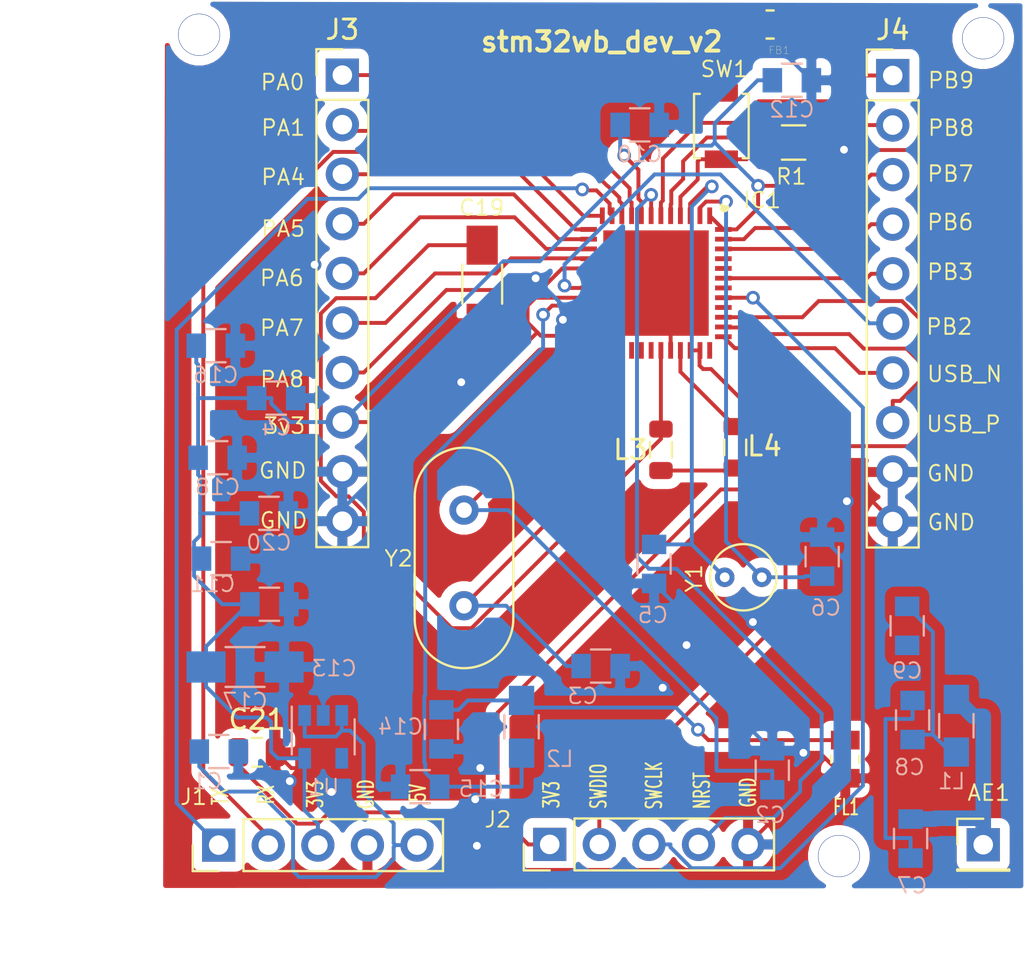
<source format=kicad_pcb>
(kicad_pcb (version 20171130) (host pcbnew 5.1.7-a382d34a8~88~ubuntu18.04.1)
  (layers (0 F.Cu signal) (31 B.Cu signal) (34 B.Paste user) (35 F.Paste user) (36 B.SilkS user) (37 F.SilkS user) (38 B.Mask user) (39 F.Mask user) (44 Edge.Cuts user))
  (net 0 "")
  (net 1 "Net-(AE1-Pad1)")
  (net 2 /GND)
  (net 3 /5V)
  (net 4 /OSC_OUT)
  (net 5 /OSC_IN)
  (net 6 /PC15)
  (net 7 /PC14)
  (net 8 "Net-(C7-Pad2)")
  (net 9 "Net-(C8-Pad1)")
  (net 10 "Net-(C9-Pad2)")
  (net 11 "Net-(C10-Pad1)")
  (net 12 "Net-(C14-Pad1)")
  (net 13 "Net-(C15-Pad1)")
  (net 14 "Net-(C19-Pad1)")
  (net 15 "Net-(IC1-Pad4)")
  (net 16 /PB8)
  (net 17 /PB9)
  (net 18 /NRST)
  (net 19 /PA0)
  (net 20 /PA1)
  (net 21 /PA4)
  (net 22 /PA5)
  (net 23 /PA6)
  (net 24 /PA7)
  (net 25 /PA8)
  (net 26 /UART_TX)
  (net 27 /PB2)
  (net 28 "Net-(IC1-Pad26)")
  (net 29 "Net-(IC1-Pad27)")
  (net 30 "Net-(IC1-Pad33)")
  (net 31 /UART_RX)
  (net 32 /SWDIO)
  (net 33 "Net-(IC1-Pad40)")
  (net 34 /SWCLK)
  (net 35 /PB3)
  (net 36 /PB6)
  (net 37 /PB7)
  (net 38 "Net-(U1-Pad4)")
  (net 39 /3V3)
  (net 40 "Net-(IC1-Pad18)")
  (net 41 "Net-(IC1-Pad28)")
  (net 42 "Net-(IC1-Pad29)")
  (net 43 "Net-(IC1-Pad30)")
  (net 44 "Net-(IC1-Pad36)")
  (net 45 /USB_N)
  (net 46 /USB_P)
  (net 47 "Net-(IC1-Pad42)")
  (net 48 "Net-(IC1-Pad44)")
  (net 49 "Net-(IC1-Pad45)")
  (net 50 "Net-(L3-Pad1)")
  (module Custom_Libraries:QFN50P700X700X65-49N-D (layer F.Cu) (at 108.306 63.3476 270)
    (fp_text reference IC1 (at -4.24688 -5.43266) (layer F.SilkS) (effects (font (size 0.8 0.8) (thickness 0.1))))
    (fp_text value STM32WB55CEU6 hide)
    (pad 49 smd rect (at 0 0 270) (size 5.4 5.4) (layers F.Cu F.Paste F.Mask) (net 2 /GND))
    (pad 48 smd rect (at -2.75 -3.45 270) (size 0.25 0.85) (layers F.Cu F.Paste F.Mask) (net 39 /3V3))
    (pad 47 smd rect (at -2.25 -3.45 270) (size 0.25 0.85) (layers F.Cu F.Paste F.Mask) (net 37 /PB7))
    (pad 46 smd rect (at -1.75 -3.45 270) (size 0.25 0.85) (layers F.Cu F.Paste F.Mask) (net 36 /PB6))
    (pad 45 smd rect (at -1.25 -3.45 270) (size 0.25 0.85) (layers F.Cu F.Paste F.Mask) (net 49 "Net-(IC1-Pad45)"))
    (pad 44 smd rect (at -0.75 -3.45 270) (size 0.25 0.85) (layers F.Cu F.Paste F.Mask) (net 48 "Net-(IC1-Pad44)"))
    (pad 43 smd rect (at -0.25 -3.45 270) (size 0.25 0.85) (layers F.Cu F.Paste F.Mask) (net 35 /PB3))
    (pad 42 smd rect (at 0.25 -3.45 270) (size 0.25 0.85) (layers F.Cu F.Paste F.Mask) (net 47 "Net-(IC1-Pad42)"))
    (pad 41 smd rect (at 0.75 -3.45 270) (size 0.25 0.85) (layers F.Cu F.Paste F.Mask) (net 34 /SWCLK))
    (pad 40 smd rect (at 1.25 -3.45 270) (size 0.25 0.85) (layers F.Cu F.Paste F.Mask) (net 33 "Net-(IC1-Pad40)"))
    (pad 39 smd rect (at 1.75 -3.45 270) (size 0.25 0.85) (layers F.Cu F.Paste F.Mask) (net 32 /SWDIO))
    (pad 38 smd rect (at 2.25 -3.45 270) (size 0.25 0.85) (layers F.Cu F.Paste F.Mask) (net 46 /USB_P))
    (pad 37 smd rect (at 2.75 -3.45 270) (size 0.25 0.85) (layers F.Cu F.Paste F.Mask) (net 45 /USB_N))
    (pad 36 smd rect (at 3.45 -2.75) (size 0.25 0.85) (layers F.Cu F.Paste F.Mask) (net 44 "Net-(IC1-Pad36)"))
    (pad 35 smd rect (at 3.45 -2.25) (size 0.25 0.85) (layers F.Cu F.Paste F.Mask) (net 39 /3V3))
    (pad 34 smd rect (at 3.45 -1.75) (size 0.25 0.85) (layers F.Cu F.Paste F.Mask) (net 39 /3V3))
    (pad 33 smd rect (at 3.45 -1.25) (size 0.25 0.85) (layers F.Cu F.Paste F.Mask) (net 30 "Net-(IC1-Pad33)"))
    (pad 32 smd rect (at 3.45 -0.75) (size 0.25 0.85) (layers F.Cu F.Paste F.Mask) (net 2 /GND))
    (pad 31 smd rect (at 3.45 -0.25) (size 0.25 0.85) (layers F.Cu F.Paste F.Mask) (net 14 "Net-(C19-Pad1)"))
    (pad 30 smd rect (at 3.45 0.25) (size 0.25 0.85) (layers F.Cu F.Paste F.Mask) (net 43 "Net-(IC1-Pad30)"))
    (pad 29 smd rect (at 3.45 0.75) (size 0.25 0.85) (layers F.Cu F.Paste F.Mask) (net 42 "Net-(IC1-Pad29)"))
    (pad 28 smd rect (at 3.45 1.25) (size 0.25 0.85) (layers F.Cu F.Paste F.Mask) (net 41 "Net-(IC1-Pad28)"))
    (pad 27 smd rect (at 3.45 1.75) (size 0.25 0.85) (layers F.Cu F.Paste F.Mask) (net 29 "Net-(IC1-Pad27)"))
    (pad 26 smd rect (at 3.45 2.25) (size 0.25 0.85) (layers F.Cu F.Paste F.Mask) (net 28 "Net-(IC1-Pad26)"))
    (pad 25 smd rect (at 3.45 2.75) (size 0.25 0.85) (layers F.Cu F.Paste F.Mask) (net 5 /OSC_IN))
    (pad 24 smd rect (at 2.75 3.45 270) (size 0.25 0.85) (layers F.Cu F.Paste F.Mask) (net 4 /OSC_OUT))
    (pad 23 smd rect (at 2.25 3.45 270) (size 0.25 0.85) (layers F.Cu F.Paste F.Mask) (net 39 /3V3))
    (pad 22 smd rect (at 1.75 3.45 270) (size 0.25 0.85) (layers F.Cu F.Paste F.Mask) (net 2 /GND))
    (pad 21 smd rect (at 1.25 3.45 270) (size 0.25 0.85) (layers F.Cu F.Paste F.Mask) (net 13 "Net-(C15-Pad1)"))
    (pad 20 smd rect (at 0.75 3.45 270) (size 0.25 0.85) (layers F.Cu F.Paste F.Mask) (net 39 /3V3))
    (pad 19 smd rect (at 0.25 3.45 270) (size 0.25 0.85) (layers F.Cu F.Paste F.Mask) (net 27 /PB2))
    (pad 18 smd rect (at -0.25 3.45 270) (size 0.25 0.85) (layers F.Cu F.Paste F.Mask) (net 40 "Net-(IC1-Pad18)"))
    (pad 17 smd rect (at -0.75 3.45 270) (size 0.25 0.85) (layers F.Cu F.Paste F.Mask) (net 25 /PA8))
    (pad 16 smd rect (at -1.25 3.45 270) (size 0.25 0.85) (layers F.Cu F.Paste F.Mask) (net 24 /PA7))
    (pad 15 smd rect (at -1.75 3.45 270) (size 0.25 0.85) (layers F.Cu F.Paste F.Mask) (net 23 /PA6))
    (pad 14 smd rect (at -2.25 3.45 270) (size 0.25 0.85) (layers F.Cu F.Paste F.Mask) (net 22 /PA5))
    (pad 13 smd rect (at -2.75 3.45 270) (size 0.25 0.85) (layers F.Cu F.Paste F.Mask) (net 21 /PA4))
    (pad 12 smd rect (at -3.45 2.75) (size 0.25 0.85) (layers F.Cu F.Paste F.Mask) (net 31 /UART_RX))
    (pad 11 smd rect (at -3.45 2.25) (size 0.25 0.85) (layers F.Cu F.Paste F.Mask) (net 26 /UART_TX))
    (pad 10 smd rect (at -3.45 1.75) (size 0.25 0.85) (layers F.Cu F.Paste F.Mask) (net 20 /PA1))
    (pad 9 smd rect (at -3.45 1.25) (size 0.25 0.85) (layers F.Cu F.Paste F.Mask) (net 19 /PA0))
    (pad 8 smd rect (at -3.45 0.75) (size 0.25 0.85) (layers F.Cu F.Paste F.Mask) (net 11 "Net-(C10-Pad1)"))
    (pad 7 smd rect (at -3.45 0.25) (size 0.25 0.85) (layers F.Cu F.Paste F.Mask) (net 18 /NRST))
    (pad 6 smd rect (at -3.45 -0.25) (size 0.25 0.85) (layers F.Cu F.Paste F.Mask) (net 17 /PB9))
    (pad 5 smd rect (at -3.45 -0.75) (size 0.25 0.85) (layers F.Cu F.Paste F.Mask) (net 16 /PB8))
    (pad 4 smd rect (at -3.45 -1.25) (size 0.25 0.85) (layers F.Cu F.Paste F.Mask) (net 15 "Net-(IC1-Pad4)"))
    (pad 3 smd rect (at -3.45 -1.75) (size 0.25 0.85) (layers F.Cu F.Paste F.Mask) (net 6 /PC15))
    (pad 2 smd rect (at -3.45 -2.25) (size 0.25 0.85) (layers F.Cu F.Paste F.Mask) (net 7 /PC14))
    (pad 1 smd rect (at -3.45 -2.75) (size 0.25 0.85) (layers F.Cu F.Paste F.Mask) (net 39 /3V3))
  )
  (module Custom_Libraries:MountingHole1.5mm (layer F.Cu) (at 117.676 92.7125)
    (fp_text reference M3 hide)
    (fp_text value MountingHole_2.1mm hide)
    (pad "" thru_hole circle (at 0 0) (size 2.15 2.15) (drill 2.1) (layers *.Cu *.Mask))
  )
  (module Custom_Libraries:MountingHole1.5mm (layer F.Cu) (at 125.062 50.8)
    (fp_text reference M2 hide)
    (fp_text value MountingHole_2.1mm hide)
    (pad "" thru_hole circle (at 0 0) (size 2.15 2.15) (drill 2.1) (layers *.Cu *.Mask))
  )
  (module Custom_Libraries:MountingHole1.5mm (layer F.Cu) (at 84.902 50.6197)
    (fp_text reference M1 hide)
    (fp_text value MountingHole_2.1mm hide)
    (pad "" thru_hole circle (at 0 0) (size 2.15 2.15) (drill 2.1) (layers *.Cu *.Mask))
  )
  (module Capacitors_SMD:C_0805_2012Metric (layer F.Cu) (at 87.8662 87.3938)
    (fp_text reference C21 (at 0 -1.68) (layer F.SilkS))
    (fp_text value 100nf hide)
    (pad 2 smd roundrect (at 0.95 0) (size 1 1.45) (layers F.Cu F.Paste F.Mask) (net 2 /GND))
    (pad 1 smd roundrect (at -0.95 0) (size 1 1.45) (layers F.Cu F.Paste F.Mask) (net 39 /3V3))
  )
  (module Inductors_SMD:L_0805_2012Metric (layer F.Cu) (at 112.365 71.7652 270)
    (fp_text reference L4 (at -0.06096 -1.4986 180) (layer F.SilkS))
    (fp_text value 10nH hide)
    (pad 2 smd roundrect (at 1.0625 0 270) (size 0.875 1.2) (layers F.Cu F.Paste F.Mask) (net 50 "Net-(L3-Pad1)"))
    (pad 1 smd roundrect (at -1.0625 0 270) (size 0.875 1.2) (layers F.Cu F.Paste F.Mask) (net 30 "Net-(IC1-Pad33)"))
  )
  (module Inductors_SMD:L_0805_2012Metric (layer F.Cu) (at 108.56 71.8922 90)
    (fp_text reference L3 (at 0 -1.55956 180) (layer F.SilkS))
    (fp_text value 10nH hide)
    (pad 2 smd roundrect (at 1.0625 0 90) (size 0.875 1.2) (layers F.Cu F.Paste F.Mask) (net 14 "Net-(C19-Pad1)"))
    (pad 1 smd roundrect (at -1.0625 0 90) (size 0.875 1.2) (layers F.Cu F.Paste F.Mask) (net 50 "Net-(L3-Pad1)"))
  )
  (module Pin_Headers:PinHeader_1x10_P2.54mm_Vertical (layer F.Cu) (at 120.432 52.7101)
    (fp_text reference J4 (at 0 -2.33) (layer F.SilkS))
    (fp_text value Conn_01x10_Female hide)
    (pad 10 thru_hole oval (at 0 22.86) (size 1.7 1.7) (drill 1) (layers *.Cu *.Mask) (net 2 /GND))
    (pad 9 thru_hole oval (at 0 20.32) (size 1.7 1.7) (drill 1) (layers *.Cu *.Mask) (net 2 /GND))
    (pad 8 thru_hole oval (at 0 17.78) (size 1.7 1.7) (drill 1) (layers *.Cu *.Mask) (net 46 /USB_P))
    (pad 7 thru_hole oval (at 0 15.24) (size 1.7 1.7) (drill 1) (layers *.Cu *.Mask) (net 45 /USB_N))
    (pad 6 thru_hole oval (at 0 12.7) (size 1.7 1.7) (drill 1) (layers *.Cu *.Mask) (net 27 /PB2))
    (pad 5 thru_hole oval (at 0 10.16) (size 1.7 1.7) (drill 1) (layers *.Cu *.Mask) (net 35 /PB3))
    (pad 4 thru_hole oval (at 0 7.62) (size 1.7 1.7) (drill 1) (layers *.Cu *.Mask) (net 36 /PB6))
    (pad 3 thru_hole oval (at 0 5.08) (size 1.7 1.7) (drill 1) (layers *.Cu *.Mask) (net 37 /PB7))
    (pad 2 thru_hole oval (at 0 2.54) (size 1.7 1.7) (drill 1) (layers *.Cu *.Mask) (net 16 /PB8))
    (pad 1 thru_hole rect (at 0 0) (size 1.7 1.7) (drill 1) (layers *.Cu *.Mask) (net 17 /PB9))
  )
  (module Pin_Headers:PinHeader_1x10_P2.54mm_Vertical (layer F.Cu) (at 92.2401 52.6898)
    (fp_text reference J3 (at 0 -2.33) (layer F.SilkS))
    (fp_text value Conn_01x10_Female hide)
    (pad 10 thru_hole oval (at 0 22.86) (size 1.7 1.7) (drill 1) (layers *.Cu *.Mask) (net 2 /GND))
    (pad 9 thru_hole oval (at 0 20.32) (size 1.7 1.7) (drill 1) (layers *.Cu *.Mask) (net 2 /GND))
    (pad 8 thru_hole oval (at 0 17.78) (size 1.7 1.7) (drill 1) (layers *.Cu *.Mask) (net 39 /3V3))
    (pad 7 thru_hole oval (at 0 15.24) (size 1.7 1.7) (drill 1) (layers *.Cu *.Mask) (net 25 /PA8))
    (pad 6 thru_hole oval (at 0 12.7) (size 1.7 1.7) (drill 1) (layers *.Cu *.Mask) (net 24 /PA7))
    (pad 5 thru_hole oval (at 0 10.16) (size 1.7 1.7) (drill 1) (layers *.Cu *.Mask) (net 23 /PA6))
    (pad 4 thru_hole oval (at 0 7.62) (size 1.7 1.7) (drill 1) (layers *.Cu *.Mask) (net 22 /PA5))
    (pad 3 thru_hole oval (at 0 5.08) (size 1.7 1.7) (drill 1) (layers *.Cu *.Mask) (net 21 /PA4))
    (pad 2 thru_hole oval (at 0 2.54) (size 1.7 1.7) (drill 1) (layers *.Cu *.Mask) (net 20 /PA1))
    (pad 1 thru_hole rect (at 0 0) (size 1.7 1.7) (drill 1) (layers *.Cu *.Mask) (net 19 /PA0))
  )
  (module Custom_Libraries:RESC0805X60N (layer F.Cu) (at 118.001 87.7481 270)
    (fp_text reference FL1 (at 2.46 -0.04296 180) (layer F.SilkS) (effects (font (size 0.8 0.5) (thickness 0.1))))
    (fp_text value LFB182G45CGFD436 hide)
    (pad 2 smd rect (at 0.978 0 270) (size 0.96 1.47) (layers F.Cu F.Paste F.Mask) (net 2 /GND))
    (pad 1 smd rect (at -0.978 0 270) (size 0.96 1.47) (layers F.Cu F.Paste F.Mask) (net 12 "Net-(C14-Pad1)"))
  )
  (module Custom_Libraries:RESC0805X60N (layer F.Cu) (at 114.15 50.0964 180)
    (fp_text reference FB1 (at -0.46 -1.32) (layer F.SilkS) (effects (font (size 0.393701 0.393701) (thickness 0.015))))
    (fp_text value FCM1608KF-601T03 hide)
    (pad 2 smd rect (at 0.978 0 180) (size 0.96 1.47) (layers F.Cu F.Paste F.Mask) (net 39 /3V3))
    (pad 1 smd rect (at -0.978 0 180) (size 0.96 1.47) (layers F.Cu F.Paste F.Mask) (net 2 /GND))
  )
  (module Capacitors_SMD:C_1206_HandSoldering (layer F.Cu) (at 99.4029 63.405 270)
    (fp_text reference C19 (at -3.91592 0.02032 180) (layer F.SilkS) (effects (font (size 0.8 0.8) (thickness 0.1))))
    (fp_text value 4.7uf hide)
    (pad 1 smd rect (at -2 0 270) (size 2 1.6) (layers F.Cu F.Paste F.Mask) (net 14 "Net-(C19-Pad1)"))
    (pad 2 smd rect (at 2 0 270) (size 2 1.6) (layers F.Cu F.Paste F.Mask) (net 2 /GND))
  )
  (module Capacitors_SMD:C_1206_HandSoldering (layer B.Cu) (at 87.2566 83.0224)
    (fp_text reference C17 (at 0 1.75) (layer B.SilkS) (effects (font (size 0.8 0.8) (thickness 0.1)) (justify mirror)))
    (fp_text value 4.7uf hide)
    (pad 1 smd rect (at -2 0) (size 2 1.6) (layers B.Cu B.Paste B.Mask) (net 39 /3V3))
    (pad 2 smd rect (at 2 0) (size 2 1.6) (layers B.Cu B.Paste B.Mask) (net 2 /GND))
  )
  (module Pin_Headers:Pin_Header_Straight_1x01_Pitch2.54mm (layer F.Cu) (at 125.067 92.1309)
    (fp_text reference AE1 (at 0.28448 -2.66192) (layer F.SilkS) (effects (font (size 0.8 0.8) (thickness 0.1))))
    (fp_text value Antenna hide)
    (pad 1 thru_hole rect (at 0 0) (size 1.7 1.7) (drill 1) (layers *.Cu *.Mask) (net 1 "Net-(AE1-Pad1)"))
  )
  (module Capacitors_SMD:C_0805 (layer B.Cu) (at 85.9112 87.3557)
    (fp_text reference C1 (at -0.59004 1.52146) (layer B.SilkS) (effects (font (size 0.8 0.8) (thickness 0.1)) (justify mirror)))
    (fp_text value 100nf hide)
    (pad 2 smd rect (at 1 0) (size 1 1.25) (layers B.Cu B.Paste B.Mask) (net 2 /GND))
    (pad 1 smd rect (at -1 0) (size 1 1.25) (layers B.Cu B.Paste B.Mask) (net 3 /5V))
  )
  (module Capacitors_SMD:C_0805 (layer B.Cu) (at 114.262 88.3133 90)
    (fp_text reference C2 (at -2.28854 -0.09906 180) (layer B.SilkS) (effects (font (size 0.8 0.8) (thickness 0.1)) (justify mirror)))
    (fp_text value 22p hide)
    (pad 2 smd rect (at 1 0 90) (size 1 1.25) (layers B.Cu B.Paste B.Mask) (net 2 /GND))
    (pad 1 smd rect (at -1 0 90) (size 1 1.25) (layers B.Cu B.Paste B.Mask) (net 4 /OSC_OUT))
  )
  (module Capacitors_SMD:C_0805 (layer B.Cu) (at 105.472 82.9742)
    (fp_text reference C3 (at -0.92024 1.53416) (layer B.SilkS) (effects (font (size 0.8 0.8) (thickness 0.1)) (justify mirror)))
    (fp_text value 22p hide)
    (pad 2 smd rect (at 1 0) (size 1 1.25) (layers B.Cu B.Paste B.Mask) (net 2 /GND))
    (pad 1 smd rect (at -1 0) (size 1 1.25) (layers B.Cu B.Paste B.Mask) (net 5 /OSC_IN))
  )
  (module Capacitors_SMD:C_0805 (layer B.Cu) (at 88.8517 69.2429)
    (fp_text reference C4 (at 0 1.5) (layer B.SilkS) (effects (font (size 0.8 0.8) (thickness 0.1)) (justify mirror)))
    (fp_text value 100nf hide)
    (pad 1 smd rect (at -1 0) (size 1 1.25) (layers B.Cu B.Paste B.Mask) (net 39 /3V3))
    (pad 2 smd rect (at 1 0) (size 1 1.25) (layers B.Cu B.Paste B.Mask) (net 2 /GND))
  )
  (module Capacitors_SMD:C_0805 (layer B.Cu) (at 108.207 77.7392 90)
    (fp_text reference C5 (at -2.62128 -0.06096 180) (layer B.SilkS) (effects (font (size 0.8 0.8) (thickness 0.1)) (justify mirror)))
    (fp_text value 15pf hide)
    (pad 1 smd rect (at -1 0 90) (size 1 1.25) (layers B.Cu B.Paste B.Mask) (net 2 /GND))
    (pad 2 smd rect (at 1 0 90) (size 1 1.25) (layers B.Cu B.Paste B.Mask) (net 6 /PC15))
  )
  (module Capacitors_SMD:C_0805 (layer B.Cu) (at 116.817 77.3676 270)
    (fp_text reference C6 (at 2.61696 -0.18796 180) (layer B.SilkS) (effects (font (size 0.8 0.8) (thickness 0.1)) (justify mirror)))
    (fp_text value 15pf hide)
    (pad 1 smd rect (at -1 0 270) (size 1 1.25) (layers B.Cu B.Paste B.Mask) (net 2 /GND))
    (pad 2 smd rect (at 1 0 270) (size 1 1.25) (layers B.Cu B.Paste B.Mask) (net 7 /PC14))
  )
  (module Capacitors_SMD:C_0805 (layer B.Cu) (at 121.346 91.8159 270)
    (fp_text reference C7 (at 2.40538 -0.0762 180) (layer B.SilkS) (effects (font (size 0.8 0.8) (thickness 0.1)) (justify mirror)))
    (fp_text value 1.2p hide)
    (pad 1 smd rect (at -1 0 270) (size 1 1.25) (layers B.Cu B.Paste B.Mask) (net 1 "Net-(AE1-Pad1)"))
    (pad 2 smd rect (at 1 0 270) (size 1 1.25) (layers B.Cu B.Paste B.Mask) (net 8 "Net-(C7-Pad2)"))
  )
  (module Capacitors_SMD:C_0805 (layer B.Cu) (at 121.45 85.7395 90)
    (fp_text reference C8 (at -2.41732 -0.15748 180) (layer B.SilkS) (effects (font (size 0.8 0.8) (thickness 0.1)) (justify mirror)))
    (fp_text value NM hide)
    (pad 1 smd rect (at -1 0 90) (size 1 1.25) (layers B.Cu B.Paste B.Mask) (net 9 "Net-(C8-Pad1)"))
    (pad 2 smd rect (at 1 0 90) (size 1 1.25) (layers B.Cu B.Paste B.Mask) (net 8 "Net-(C7-Pad2)"))
  )
  (module Capacitors_SMD:C_0805 (layer B.Cu) (at 121.1707 80.91424 270)
    (fp_text reference C9 (at 2.29798 0.00252 180) (layer B.SilkS) (effects (font (size 0.8 0.8) (thickness 0.1)) (justify mirror)))
    (fp_text value 10nf hide)
    (pad 2 smd rect (at 1 0 270) (size 1 1.25) (layers B.Cu B.Paste B.Mask) (net 10 "Net-(C9-Pad2)"))
    (pad 1 smd rect (at -1 0 270) (size 1 1.25) (layers B.Cu B.Paste B.Mask) (net 9 "Net-(C8-Pad1)"))
  )
  (module Capacitors_SMD:C_0805 (layer B.Cu) (at 107.472 55.2399)
    (fp_text reference C10 (at 0 1.5) (layer B.SilkS) (effects (font (size 0.8 0.8) (thickness 0.1)) (justify mirror)))
    (fp_text value 100nf hide)
    (pad 2 smd rect (at 1 0) (size 1 1.25) (layers B.Cu B.Paste B.Mask) (net 2 /GND))
    (pad 1 smd rect (at -1 0) (size 1 1.25) (layers B.Cu B.Paste B.Mask) (net 11 "Net-(C10-Pad1)"))
  )
  (module Capacitors_SMD:C_0805 (layer B.Cu) (at 86.02726 77.46746)
    (fp_text reference C11 (at -0.42672 1.30556) (layer B.SilkS) (effects (font (size 0.8 0.8) (thickness 0.1)) (justify mirror)))
    (fp_text value 100p hide)
    (pad 2 smd rect (at 1 0) (size 1 1.25) (layers B.Cu B.Paste B.Mask) (net 2 /GND))
    (pad 1 smd rect (at -1 0) (size 1 1.25) (layers B.Cu B.Paste B.Mask) (net 39 /3V3))
  )
  (module Capacitors_SMD:C_0805 (layer B.Cu) (at 115.265 52.9539)
    (fp_text reference C12 (at 0 1.5) (layer B.SilkS) (effects (font (size 0.8 0.8) (thickness 0.1)) (justify mirror)))
    (fp_text value 100nf hide)
    (pad 2 smd rect (at 1 0) (size 1 1.25) (layers B.Cu B.Paste B.Mask) (net 2 /GND))
    (pad 1 smd rect (at -1 0) (size 1 1.25) (layers B.Cu B.Paste B.Mask) (net 39 /3V3))
  )
  (module Capacitors_SMD:C_0805 (layer B.Cu) (at 88.5038 79.8068)
    (fp_text reference C13 (at 3.31466 3.28422) (layer B.SilkS) (effects (font (size 0.8 0.8) (thickness 0.1)) (justify mirror)))
    (fp_text value 100nf hide)
    (pad 1 smd rect (at -1 0) (size 1 1.25) (layers B.Cu B.Paste B.Mask) (net 39 /3V3))
    (pad 2 smd rect (at 1 0) (size 1 1.25) (layers B.Cu B.Paste B.Mask) (net 2 /GND))
  )
  (module Capacitors_SMD:C_0805 (layer B.Cu) (at 97.3125 86.2178 270)
    (fp_text reference C14 (at -0.1372 2.09552 180) (layer B.SilkS) (effects (font (size 0.8 0.8) (thickness 0.1)) (justify mirror)))
    (fp_text value 0.3p hide)
    (pad 1 smd rect (at -1 0 270) (size 1 1.25) (layers B.Cu B.Paste B.Mask) (net 12 "Net-(C14-Pad1)"))
    (pad 2 smd rect (at 1 0 270) (size 1 1.25) (layers B.Cu B.Paste B.Mask) (net 2 /GND))
  )
  (module Capacitors_SMD:C_0805 (layer B.Cu) (at 96.221 89.1565 180)
    (fp_text reference C15 (at -3.13512 -0.11176) (layer B.SilkS) (effects (font (size 0.8 0.8) (thickness 0.1)) (justify mirror)))
    (fp_text value 0.8p hide)
    (pad 2 smd rect (at 1 0 180) (size 1 1.25) (layers B.Cu B.Paste B.Mask) (net 2 /GND))
    (pad 1 smd rect (at -1 0 180) (size 1 1.25) (layers B.Cu B.Paste B.Mask) (net 13 "Net-(C15-Pad1)"))
  )
  (module Capacitors_SMD:C_0805 (layer B.Cu) (at 85.758 66.5556)
    (fp_text reference C16 (at 0 1.5) (layer B.SilkS) (effects (font (size 0.8 0.8) (thickness 0.1)) (justify mirror)))
    (fp_text value 100nf hide)
    (pad 1 smd rect (at -1 0) (size 1 1.25) (layers B.Cu B.Paste B.Mask) (net 39 /3V3))
    (pad 2 smd rect (at 1 0) (size 1 1.25) (layers B.Cu B.Paste B.Mask) (net 2 /GND))
  )
  (module Capacitors_SMD:C_0805 (layer B.Cu) (at 85.852 72.2986)
    (fp_text reference C18 (at 0 1.5) (layer B.SilkS) (effects (font (size 0.8 0.8) (thickness 0.1)) (justify mirror)))
    (fp_text value 100p hide)
    (pad 2 smd rect (at 1 0) (size 1 1.25) (layers B.Cu B.Paste B.Mask) (net 2 /GND))
    (pad 1 smd rect (at -1 0) (size 1 1.25) (layers B.Cu B.Paste B.Mask) (net 39 /3V3))
  )
  (module Capacitors_SMD:C_0805 (layer B.Cu) (at 88.4791 75.1484)
    (fp_text reference C20 (at 0 1.5) (layer B.SilkS) (effects (font (size 0.8 0.8) (thickness 0.1)) (justify mirror)))
    (fp_text value 100nf hide)
    (pad 2 smd rect (at 1 0) (size 1 1.25) (layers B.Cu B.Paste B.Mask) (net 2 /GND))
    (pad 1 smd rect (at -1 0) (size 1 1.25) (layers B.Cu B.Paste B.Mask) (net 39 /3V3))
  )
  (module Pin_Headers:Pin_Header_Straight_1x05_Pitch2.54mm (layer F.Cu) (at 85.9053 92.1512 90)
    (fp_text reference J1 (at 2.47142 -1.2852 180) (layer F.SilkS) (effects (font (size 0.8 0.8) (thickness 0.1))))
    (fp_text value Conn_01x05_Female hide)
    (pad 1 thru_hole rect (at 0 0 90) (size 1.7 1.7) (drill 1) (layers *.Cu *.Mask) (net 26 /UART_TX))
    (pad 2 thru_hole oval (at 0 2.54 90) (size 1.7 1.7) (drill 1) (layers *.Cu *.Mask) (net 31 /UART_RX))
    (pad 3 thru_hole oval (at 0 5.08 90) (size 1.7 1.7) (drill 1) (layers *.Cu *.Mask) (net 39 /3V3))
    (pad 4 thru_hole oval (at 0 7.62 90) (size 1.7 1.7) (drill 1) (layers *.Cu *.Mask) (net 2 /GND))
    (pad 5 thru_hole oval (at 0 10.16 90) (size 1.7 1.7) (drill 1) (layers *.Cu *.Mask) (net 3 /5V))
  )
  (module Pin_Headers:Pin_Header_Straight_1x05_Pitch2.54mm (layer F.Cu) (at 102.862 92.1156 90)
    (fp_text reference J2 (at 1.27504 -2.659 180) (layer F.SilkS) (effects (font (size 0.8 0.8) (thickness 0.1))))
    (fp_text value Conn_01x05_Female hide)
    (pad 5 thru_hole oval (at 0 10.16 90) (size 1.7 1.7) (drill 1) (layers *.Cu *.Mask) (net 2 /GND))
    (pad 4 thru_hole oval (at 0 7.62 90) (size 1.7 1.7) (drill 1) (layers *.Cu *.Mask) (net 18 /NRST))
    (pad 3 thru_hole oval (at 0 5.08 90) (size 1.7 1.7) (drill 1) (layers *.Cu *.Mask) (net 34 /SWCLK))
    (pad 2 thru_hole oval (at 0 2.54 90) (size 1.7 1.7) (drill 1) (layers *.Cu *.Mask) (net 32 /SWDIO))
    (pad 1 thru_hole rect (at 0 0 90) (size 1.7 1.7) (drill 1) (layers *.Cu *.Mask) (net 39 /3V3))
  )
  (module Inductors_SMD:L_0805_HandSoldering (layer B.Cu) (at 123.69038 86.03234 270)
    (fp_text reference L1 (at 2.8448 0.24892 180) (layer B.SilkS) (effects (font (size 0.8 0.8) (thickness 0.1)) (justify mirror)))
    (fp_text value 3.6nH hide)
    (pad 1 smd rect (at -1.35 0 270) (size 1.5 1.3) (layers B.Cu B.Paste B.Mask) (net 1 "Net-(AE1-Pad1)"))
    (pad 2 smd rect (at 1.35 0 270) (size 1.5 1.3) (layers B.Cu B.Paste B.Mask) (net 9 "Net-(C8-Pad1)"))
  )
  (module Inductors_SMD:L_0805_HandSoldering (layer B.Cu) (at 101.42 86.0857 270)
    (fp_text reference L2 (at 1.64336 -1.958 180) (layer B.SilkS) (effects (font (size 0.8 0.8) (thickness 0.1)) (justify mirror)))
    (fp_text value 2.7nH hide)
    (pad 2 smd rect (at 1.35 0 270) (size 1.5 1.3) (layers B.Cu B.Paste B.Mask) (net 13 "Net-(C15-Pad1)"))
    (pad 1 smd rect (at -1.35 0 270) (size 1.5 1.3) (layers B.Cu B.Paste B.Mask) (net 12 "Net-(C14-Pad1)"))
  )
  (module Resistors_SMD:R_0805 (layer F.Cu) (at 115.354 56.1442)
    (fp_text reference R1 (at -0.12192 1.74498) (layer F.SilkS) (effects (font (size 0.8 0.8) (thickness 0.1))))
    (fp_text value 10K hide)
    (pad 2 smd rect (at 0.95 0) (size 0.7 1.3) (layers F.Cu F.Paste F.Mask) (net 2 /GND))
    (pad 1 smd rect (at -0.95 0) (size 0.7 1.3) (layers F.Cu F.Paste F.Mask) (net 15 "Net-(IC1-Pad4)"))
  )
  (module Buttons_Switches_SMD:SW_SPST_B3U-1000P (layer F.Cu) (at 111.653 55.3009 270)
    (fp_text reference SW1 (at -2.91846 -0.14986 180) (layer F.SilkS) (effects (font (size 0.8 0.8) (thickness 0.1))))
    (fp_text value SW_Push hide)
    (pad 2 smd rect (at 1.7 0 270) (size 0.9 1.7) (layers F.Cu F.Paste F.Mask) (net 15 "Net-(IC1-Pad4)"))
    (pad 1 smd rect (at -1.7 0 270) (size 0.9 1.7) (layers F.Cu F.Paste F.Mask) (net 39 /3V3))
  )
  (module TO_SOT_Packages_SMD:SOT-23-5 (layer B.Cu) (at 91.2597 86.604 270)
    (fp_text reference U1 (at 2.5781 -0.0254 180) (layer B.SilkS) (effects (font (size 0.8 0.8) (thickness 0.1)) (justify mirror)))
    (fp_text value AP2112K-3.3 hide)
    (pad 5 smd rect (at 1.1 0.95 270) (size 1.06 0.65) (layers B.Cu B.Paste B.Mask) (net 39 /3V3))
    (pad 4 smd rect (at 1.1 -0.95 270) (size 1.06 0.65) (layers B.Cu B.Paste B.Mask) (net 38 "Net-(U1-Pad4)"))
    (pad 3 smd rect (at -1.1 -0.95 270) (size 1.06 0.65) (layers B.Cu B.Paste B.Mask) (net 3 /5V))
    (pad 2 smd rect (at -1.1 0 270) (size 1.06 0.65) (layers B.Cu B.Paste B.Mask) (net 2 /GND))
    (pad 1 smd rect (at -1.1 0.95 270) (size 1.06 0.65) (layers B.Cu B.Paste B.Mask) (net 3 /5V))
  )
  (module Crystals:Crystal_Round_d3.0mm_Vertical (layer F.Cu) (at 111.826 78.425)
    (fp_text reference Y1 (at -1.56718 0.0508 -90) (layer F.SilkS) (effects (font (size 0.8 0.8) (thickness 0.1))))
    (fp_text value 32.768KHz hide)
    (pad 2 thru_hole circle (at 1.9 0) (size 1 1) (drill 0.5) (layers *.Cu *.Mask) (net 7 /PC14))
    (pad 1 thru_hole circle (at 0 0) (size 1 1) (drill 0.5) (layers *.Cu *.Mask) (net 6 /PC15))
  )
  (module Crystals:Crystal_HC18-U_Vertical (layer F.Cu) (at 98.4707 74.9833 270)
    (fp_text reference Y2 (at 2.47904 3.34518 180) (layer F.SilkS) (effects (font (size 0.8 0.8) (thickness 0.1))))
    (fp_text value 32MHz hide)
    (pad 2 thru_hole circle (at 4.9 0 270) (size 1.5 1.5) (drill 0.8) (layers *.Cu *.Mask) (net 5 /OSC_IN))
    (pad 1 thru_hole circle (at 0 0 270) (size 1.5 1.5) (drill 0.8) (layers *.Cu *.Mask) (net 4 /OSC_OUT))
  )
  (gr_text GND (at 123.4313 75.60818) (layer F.SilkS) (effects (font (size 0.8 0.8) (thickness 0.1))))
  (gr_text GND (at 123.4059 73.1012) (layer F.SilkS) (effects (font (size 0.8 0.8) (thickness 0.1))))
  (gr_text USB_P (at 124.05868 70.56628) (layer F.SilkS) (effects (font (size 0.8 0.8) (thickness 0.1))))
  (gr_text stm32wb_dev_v2 (at 105.52684 50.98288) (layer F.SilkS) (effects (font (size 1 1) (thickness 0.2))))
  (gr_text NRST (at 110.66018 89.36228 90) (layer F.SilkS) (effects (font (size 0.8 0.5) (thickness 0.1))))
  (gr_text SWCLK (at 108.20654 89.08796 90) (layer F.SilkS) (effects (font (size 0.8 0.5) (thickness 0.1))))
  (gr_text SWDIO (at 105.36428 89.13368 90) (layer F.SilkS) (effects (font (size 0.8 0.5) (thickness 0.1))))
  (gr_text 3V3 (at 102.95382 89.56548 90) (layer F.SilkS) (effects (font (size 0.8 0.5) (thickness 0.1))))
  (gr_text 5V (at 96.10852 89.47912 90) (layer F.SilkS) (effects (font (size 0.8 0.5) (thickness 0.1))))
  (gr_text GND (at 113.02492 89.45372 90) (layer F.SilkS) (effects (font (size 0.8 0.5) (thickness 0.1))))
  (gr_text GND (at 93.44914 89.5477 90) (layer F.SilkS) (effects (font (size 0.8 0.5) (thickness 0.1))))
  (gr_text 3V3 (at 90.85326 89.5477 90) (layer F.SilkS) (effects (font (size 0.8 0.5) (thickness 0.1))))
  (gr_text TX (at 85.98408 89.662 90) (layer F.SilkS) (effects (font (size 0.8 0.5) (thickness 0.1))))
  (gr_text RX (at 88.33358 89.56802 90) (layer F.SilkS) (effects (font (size 0.8 0.5) (thickness 0.1))))
  (gr_text "PB9\n" (at 123.4186 52.95646) (layer F.SilkS) (effects (font (size 0.8 0.8) (thickness 0.1))))
  (gr_text "PB8\n" (at 123.4186 55.39486) (layer F.SilkS) (effects (font (size 0.8 0.8) (thickness 0.1))))
  (gr_text "PB7\n" (at 123.38812 57.7469) (layer F.SilkS) (effects (font (size 0.8 0.8) (thickness 0.1))))
  (gr_text "PB6\n" (at 123.37796 60.22848) (layer F.SilkS) (effects (font (size 0.8 0.8) (thickness 0.1))))
  (gr_text "PB2\n" (at 123.32716 65.5828) (layer F.SilkS) (effects (font (size 0.8 0.8) (thickness 0.1))))
  (gr_text "PB3\n" (at 123.37796 62.7761) (layer F.SilkS) (effects (font (size 0.8 0.8) (thickness 0.1))))
  (gr_text USB_N (at 124.11202 68.0085) (layer F.SilkS) (effects (font (size 0.8 0.8) (thickness 0.1))))
  (gr_text GND (at 89.2302 75.5142) (layer F.SilkS) (effects (font (size 0.8 0.8) (thickness 0.1))))
  (gr_text GND (at 89.18702 72.95896) (layer F.SilkS) (effects (font (size 0.8 0.8) (thickness 0.1))))
  (gr_text 3v3 (at 89.27338 70.6628) (layer F.SilkS) (effects (font (size 0.8 0.8) (thickness 0.1))))
  (gr_text PA8 (at 89.15654 68.2752) (layer F.SilkS) (effects (font (size 0.8 0.8) (thickness 0.1))))
  (gr_text PA7 (at 89.1413 65.6463) (layer F.SilkS) (effects (font (size 0.8 0.8) (thickness 0.1))))
  (gr_text PA6 (at 89.13876 63.09106) (layer F.SilkS) (effects (font (size 0.8 0.8) (thickness 0.1))))
  (gr_text "PA5\n" (at 89.20734 60.56376) (layer F.SilkS) (effects (font (size 0.8 0.8) (thickness 0.1))))
  (gr_text "PA4\n" (at 89.20734 57.91708) (layer F.SilkS) (effects (font (size 0.8 0.8) (thickness 0.1))))
  (gr_text PA1 (at 89.20734 55.3847) (layer F.SilkS) (effects (font (size 0.8 0.8) (thickness 0.1))))
  (gr_text PA0 (at 89.17686 53.05552) (layer F.SilkS) (effects (font (size 0.8 0.8) (thickness 0.1))))
  (segment (start 121.346 90.8159) (end 122.5713 90.8159) (width 0.8) (layer B.Cu) (net 1))
  (segment (start 125.067 92.1309) (end 125.067 90.7749) (width 0.8) (layer B.Cu) (net 1))
  (segment (start 122.5713 90.8159) (end 122.6123 90.7749) (width 0.8) (layer B.Cu) (net 1))
  (segment (start 122.6123 90.7749) (end 125.067 90.7749) (width 0.8) (layer B.Cu) (net 1))
  (segment (start 124.55474 85.5467) (end 123.69038 84.68234) (width 0.8) (layer B.Cu) (net 1))
  (segment (start 125.067 90.7749) (end 125.067 85.5467) (width 0.8) (layer B.Cu) (net 1))
  (segment (start 125.067 85.5467) (end 124.55474 85.5467) (width 0.8) (layer B.Cu) (net 1))
  (segment (start 95.221 89.1565) (end 95.221 85.00258) (width 0.2) (layer B.Cu) (net 2))
  (segment (start 95.221 85.00258) (end 94.53372 84.3153) (width 0.2) (layer B.Cu) (net 2))
  (segment (start 91.7184 84.3153) (end 91.2597 84.774) (width 0.2) (layer B.Cu) (net 2))
  (segment (start 91.2597 84.774) (end 91.2597 85.504) (width 0.2) (layer B.Cu) (net 2))
  (segment (start 94.53372 84.3153) (end 91.7184 84.3153) (width 0.2) (layer B.Cu) (net 2))
  (via (at 108.6485 84.0867) (size 0.7) (drill 0.4) (layers F.Cu B.Cu) (net 2))
  (via (at 109.87024 81.89976) (size 0.7) (drill 0.4) (layers F.Cu B.Cu) (net 2))
  (segment (start 107.536 82.9742) (end 108.6485 84.0867) (width 0.2) (layer B.Cu) (net 2))
  (segment (start 106.472 82.9742) (end 107.536 82.9742) (width 0.2) (layer B.Cu) (net 2))
  (segment (start 108.6485 83.1215) (end 109.87024 81.89976) (width 0.2) (layer F.Cu) (net 2))
  (segment (start 108.6485 84.0867) (end 108.6485 83.1215) (width 0.2) (layer F.Cu) (net 2))
  (segment (start 109.87024 80.40244) (end 108.207 78.7392) (width 0.2) (layer B.Cu) (net 2))
  (segment (start 109.87024 81.89976) (end 109.87024 80.40244) (width 0.2) (layer B.Cu) (net 2))
  (segment (start 109.87024 82.92154) (end 114.262 87.3133) (width 0.2) (layer B.Cu) (net 2))
  (segment (start 109.87024 81.89976) (end 109.87024 82.92154) (width 0.2) (layer B.Cu) (net 2))
  (via (at 115.85448 87.41918) (size 0.7) (drill 0.4) (layers F.Cu B.Cu) (net 2))
  (segment (start 115.7486 87.3133) (end 115.85448 87.41918) (width 0.2) (layer B.Cu) (net 2))
  (segment (start 114.262 87.3133) (end 115.7486 87.3133) (width 0.2) (layer B.Cu) (net 2))
  (segment (start 116.69408 87.41918) (end 118.001 88.7261) (width 0.2) (layer F.Cu) (net 2))
  (segment (start 115.85448 87.41918) (end 116.69408 87.41918) (width 0.2) (layer F.Cu) (net 2))
  (via (at 98.33102 68.4276) (size 0.7) (drill 0.4) (layers F.Cu B.Cu) (net 2))
  (segment (start 98.33102 66.47688) (end 99.4029 65.405) (width 0.2) (layer F.Cu) (net 2))
  (segment (start 98.33102 68.4276) (end 98.33102 66.47688) (width 0.2) (layer F.Cu) (net 2))
  (segment (start 120.432 75.5701) (end 120.432 73.0301) (width 0.2) (layer F.Cu) (net 2))
  (segment (start 108.472 55.2399) (end 108.472 53.99656) (width 0.2) (layer B.Cu) (net 2))
  (segment (start 108.472 53.99656) (end 110.75924 51.70932) (width 0.2) (layer B.Cu) (net 2))
  (segment (start 115.02042 51.70932) (end 116.265 52.9539) (width 0.2) (layer B.Cu) (net 2))
  (segment (start 110.75924 51.70932) (end 115.02042 51.70932) (width 0.2) (layer B.Cu) (net 2))
  (via (at 117.93474 56.51246) (size 0.7) (drill 0.4) (layers F.Cu B.Cu) (net 2))
  (segment (start 116.265 54.84272) (end 117.93474 56.51246) (width 0.2) (layer B.Cu) (net 2))
  (segment (start 116.265 52.9539) (end 116.265 54.84272) (width 0.2) (layer B.Cu) (net 2))
  (segment (start 116.67226 56.51246) (end 116.304 56.1442) (width 0.2) (layer F.Cu) (net 2))
  (segment (start 117.93474 56.51246) (end 116.67226 56.51246) (width 0.2) (layer F.Cu) (net 2))
  (segment (start 106.556 65.0976) (end 108.306 63.3476) (width 0.2) (layer F.Cu) (net 2))
  (segment (start 104.856 65.0976) (end 106.556 65.0976) (width 0.2) (layer F.Cu) (net 2))
  (segment (start 109.056 64.0976) (end 108.306 63.3476) (width 0.2) (layer F.Cu) (net 2))
  (segment (start 109.056 66.7976) (end 109.056 64.0976) (width 0.2) (layer F.Cu) (net 2))
  (segment (start 116.4115 88.7261) (end 113.022 92.1156) (width 0.2) (layer F.Cu) (net 2))
  (segment (start 118.001 88.7261) (end 116.4115 88.7261) (width 0.2) (layer F.Cu) (net 2))
  (via (at 99.04476 89.8017) (size 0.7) (drill 0.4) (layers F.Cu B.Cu) (net 2))
  (via (at 99.13112 92.18422) (size 0.7) (drill 0.4) (layers F.Cu B.Cu) (net 2))
  (segment (start 113.022 92.1156) (end 113.022 93.15742) (width 0.2) (layer F.Cu) (net 2))
  (segment (start 113.022 93.15742) (end 112.75568 93.42374) (width 0.2) (layer F.Cu) (net 2))
  (segment (start 100.37064 93.42374) (end 99.13112 92.18422) (width 0.2) (layer F.Cu) (net 2))
  (segment (start 112.75568 93.42374) (end 100.37064 93.42374) (width 0.2) (layer F.Cu) (net 2))
  (segment (start 99.13112 89.88806) (end 99.04476 89.8017) (width 0.2) (layer B.Cu) (net 2))
  (segment (start 99.13112 92.18422) (end 99.13112 89.88806) (width 0.2) (layer B.Cu) (net 2))
  (via (at 103.53548 65.2272) (size 0.7) (drill 0.4) (layers F.Cu B.Cu) (net 2))
  (segment (start 103.66508 65.0976) (end 104.856 65.0976) (width 0.2) (layer F.Cu) (net 2))
  (segment (start 103.53548 65.2272) (end 103.66508 65.0976) (width 0.2) (layer F.Cu) (net 2))
  (via (at 102.14102 63.10122) (size 0.7) (drill 0.4) (layers F.Cu B.Cu) (net 2))
  (segment (start 103.53548 64.49568) (end 102.14102 63.10122) (width 0.2) (layer B.Cu) (net 2))
  (segment (start 103.53548 65.2272) (end 103.53548 64.49568) (width 0.2) (layer B.Cu) (net 2))
  (via (at 89.5477 88.87206) (size 0.7) (drill 0.4) (layers F.Cu B.Cu) (net 2))
  (segment (start 88.8162 88.14056) (end 89.5477 88.87206) (width 0.2) (layer F.Cu) (net 2))
  (segment (start 88.8162 87.3938) (end 88.8162 88.14056) (width 0.2) (layer F.Cu) (net 2))
  (via (at 90.8177 62.40526) (size 0.7) (drill 0.4) (layers F.Cu B.Cu) (net 2))
  (via (at 118.08206 74.52614) (size 0.7) (drill 0.4) (layers F.Cu B.Cu) (net 2))
  (segment (start 116.817 75.7912) (end 118.08206 74.52614) (width 0.2) (layer B.Cu) (net 2))
  (segment (start 116.817 76.3676) (end 116.817 75.7912) (width 0.2) (layer B.Cu) (net 2))
  (segment (start 119.38804 74.52614) (end 118.08206 74.52614) (width 0.2) (layer F.Cu) (net 2))
  (segment (start 120.432 75.5701) (end 119.38804 74.52614) (width 0.2) (layer F.Cu) (net 2))
  (via (at 99.3013 88.19896) (size 0.7) (drill 0.4) (layers F.Cu B.Cu) (net 2))
  (segment (start 99.04476 88.4555) (end 99.3013 88.19896) (width 0.2) (layer F.Cu) (net 2))
  (segment (start 99.04476 89.8017) (end 99.04476 88.4555) (width 0.2) (layer F.Cu) (net 2))
  (segment (start 98.49614 87.3938) (end 99.3013 88.19896) (width 0.2) (layer B.Cu) (net 2))
  (segment (start 97.50046 87.3938) (end 98.49614 87.3938) (width 0.2) (layer B.Cu) (net 2))
  (segment (start 99.29622 88.20404) (end 99.3013 88.19896) (width 0.2) (layer F.Cu) (net 2))
  (segment (start 88.8162 87.3938) (end 89.62644 88.20404) (width 0.2) (layer F.Cu) (net 2))
  (via (at 91.68384 89.42578) (size 0.7) (drill 0.4) (layers F.Cu B.Cu) (net 2))
  (segment (start 91.68384 88.48852) (end 91.39936 88.20404) (width 0.2) (layer F.Cu) (net 2))
  (segment (start 91.68384 89.42578) (end 91.68384 88.48852) (width 0.2) (layer F.Cu) (net 2))
  (segment (start 89.62644 88.20404) (end 91.39936 88.20404) (width 0.2) (layer F.Cu) (net 2))
  (segment (start 91.39936 88.20404) (end 99.29622 88.20404) (width 0.2) (layer F.Cu) (net 2))
  (segment (start 116.817 76.3676) (end 117.96776 77.51836) (width 0.2) (layer B.Cu) (net 2))
  (segment (start 117.96776 77.51836) (end 117.96776 79.39532) (width 0.2) (layer B.Cu) (net 2))
  (via (at 113.26876 80.71866) (size 0.7) (drill 0.4) (layers F.Cu B.Cu) (net 2))
  (segment (start 116.64442 80.71866) (end 113.26876 80.71866) (width 0.2) (layer B.Cu) (net 2))
  (segment (start 109.87024 81.89976) (end 112.08766 81.89976) (width 0.2) (layer F.Cu) (net 2))
  (segment (start 117.96776 79.39532) (end 116.64442 80.71866) (width 0.2) (layer B.Cu) (net 2))
  (segment (start 112.08766 81.89976) (end 113.26876 80.71866) (width 0.2) (layer F.Cu) (net 2))
  (segment (start 92.2401 75.5498) (end 92.2401 74.93508) (width 0.2) (layer B.Cu) (net 2))
  (segment (start 98.33102 68.84416) (end 98.33102 68.4276) (width 0.2) (layer B.Cu) (net 2))
  (segment (start 92.2401 74.93508) (end 98.33102 68.84416) (width 0.2) (layer B.Cu) (net 2))
  (segment (start 92.2097 86.1967) (end 92.2097 86.2843) (width 0.2) (layer B.Cu) (net 3))
  (segment (start 92.2097 85.504) (end 92.2097 86.1967) (width 0.2) (layer B.Cu) (net 3))
  (segment (start 96.0653 92.1512) (end 94.965 92.1512) (width 0.2) (layer B.Cu) (net 3))
  (segment (start 94.869 92.2472) (end 94.869 92.87256) (width 0.2) (layer B.Cu) (net 3))
  (segment (start 94.965 92.1512) (end 94.869 92.2472) (width 0.2) (layer B.Cu) (net 3))
  (segment (start 89.7153 93.47958) (end 89.7153 91.18342) (width 0.2) (layer B.Cu) (net 3))
  (segment (start 94.869 92.87256) (end 93.94952 93.79204) (width 0.2) (layer B.Cu) (net 3))
  (segment (start 90.02776 93.79204) (end 89.7153 93.47958) (width 0.2) (layer B.Cu) (net 3))
  (segment (start 93.94952 93.79204) (end 90.02776 93.79204) (width 0.2) (layer B.Cu) (net 3))
  (segment (start 93.32722 89.48932) (end 94.869 91.0311) (width 0.2) (layer B.Cu) (net 3))
  (segment (start 94.869 91.0311) (end 94.869 92.0552) (width 0.2) (layer B.Cu) (net 3))
  (segment (start 93.32722 86.97468) (end 93.32722 89.48932) (width 0.2) (layer B.Cu) (net 3))
  (segment (start 94.869 92.0552) (end 94.965 92.1512) (width 0.2) (layer B.Cu) (net 3))
  (segment (start 92.2097 86.2843) (end 92.63684 86.2843) (width 0.2) (layer B.Cu) (net 3))
  (segment (start 92.63684 86.2843) (end 93.32722 86.97468) (width 0.2) (layer B.Cu) (net 3))
  (segment (start 90.3097 85.504) (end 90.3097 86.5886) (width 0.2) (layer B.Cu) (net 3))
  (segment (start 90.3097 86.5886) (end 91.9054 86.5886) (width 0.2) (layer B.Cu) (net 3))
  (segment (start 91.9054 86.5886) (end 92.2097 86.2843) (width 0.2) (layer B.Cu) (net 3))
  (segment (start 84.9112 87.3557) (end 84.9112 88.1243) (width 0.2) (layer B.Cu) (net 3))
  (segment (start 84.9112 88.1243) (end 86.19363 89.40673) (width 0.2) (layer B.Cu) (net 3))
  (segment (start 86.19363 89.40673) (end 87.93861 89.40673) (width 0.2) (layer B.Cu) (net 3))
  (segment (start 89.7153 91.18342) (end 87.93861 89.40673) (width 0.2) (layer B.Cu) (net 3))
  (segment (start 104.856 68.598) (end 98.4707 74.9833) (width 0.2) (layer F.Cu) (net 4))
  (segment (start 104.856 66.0976) (end 104.856 68.598) (width 0.2) (layer F.Cu) (net 4))
  (segment (start 100.7404 74.9833) (end 98.4707 74.9833) (width 0.2) (layer B.Cu) (net 4))
  (segment (start 111.4042 85.6471) (end 100.7404 74.9833) (width 0.2) (layer B.Cu) (net 4))
  (segment (start 114.262 88.3412) (end 111.4294 88.3412) (width 0.2) (layer B.Cu) (net 4))
  (segment (start 114.262 89.3133) (end 114.262 88.3412) (width 0.2) (layer B.Cu) (net 4))
  (segment (start 111.4294 88.3412) (end 111.4042 88.316) (width 0.2) (layer B.Cu) (net 4))
  (segment (start 111.4042 88.316) (end 111.4042 85.6471) (width 0.2) (layer B.Cu) (net 4))
  (segment (start 104.472 82.9742) (end 103.7217 82.9742) (width 0.2) (layer B.Cu) (net 5))
  (segment (start 98.4707 79.8833) (end 100.6308 79.8833) (width 0.2) (layer B.Cu) (net 5))
  (segment (start 100.6308 79.8833) (end 103.7217 82.9742) (width 0.2) (layer B.Cu) (net 5))
  (segment (start 98.4707 79.8833) (end 105.556 72.798) (width 0.2) (layer F.Cu) (net 5))
  (segment (start 105.556 72.798) (end 105.556 66.7976) (width 0.2) (layer F.Cu) (net 5))
  (segment (start 110.1402 76.7392) (end 108.207 76.7392) (width 0.2) (layer B.Cu) (net 6))
  (segment (start 111.826 78.425) (end 110.1402 76.7392) (width 0.2) (layer B.Cu) (net 6))
  (segment (start 110.056 59.2726) (end 110.93146 58.39714) (width 0.2) (layer F.Cu) (net 6))
  (segment (start 110.056 59.8976) (end 110.056 59.2726) (width 0.2) (layer F.Cu) (net 6))
  (segment (start 110.93146 58.39714) (end 111.16564 58.39714) (width 0.2) (layer F.Cu) (net 6))
  (segment (start 110.1402 76.7392) (end 110.1402 59.42258) (width 0.2) (layer B.Cu) (net 6))
  (via (at 111.16564 58.39714) (size 0.7) (drill 0.4) (layers F.Cu B.Cu) (net 6))
  (segment (start 110.1402 59.42258) (end 111.16564 58.39714) (width 0.2) (layer B.Cu) (net 6))
  (segment (start 113.726 78.425) (end 111.8938 76.5928) (width 0.2) (layer B.Cu) (net 7))
  (segment (start 111.8938 76.5928) (end 111.8938 59.1712) (width 0.2) (layer B.Cu) (net 7))
  (segment (start 113.726 78.425) (end 115.8843 78.425) (width 0.2) (layer B.Cu) (net 7))
  (segment (start 115.8843 78.425) (end 115.9417 78.3676) (width 0.2) (layer B.Cu) (net 7))
  (segment (start 116.817 78.3676) (end 115.9417 78.3676) (width 0.2) (layer B.Cu) (net 7))
  (via (at 111.8938 59.1712) (size 0.7) (layers F.Cu B.Cu) (net 7))
  (segment (start 110.556 59.48399) (end 110.86879 59.1712) (width 0.2) (layer F.Cu) (net 7))
  (segment (start 110.556 59.8976) (end 110.556 59.48399) (width 0.2) (layer F.Cu) (net 7))
  (segment (start 110.86879 59.1712) (end 111.8938 59.1712) (width 0.2) (layer F.Cu) (net 7))
  (segment (start 121.346 91.78798) (end 121.346 92.8159) (width 0.2) (layer B.Cu) (net 8))
  (segment (start 120.06072 91.78798) (end 121.346 91.78798) (width 0.2) (layer B.Cu) (net 8))
  (segment (start 120.06072 85.68436) (end 120.06072 91.78798) (width 0.2) (layer B.Cu) (net 8))
  (segment (start 121.45 84.7395) (end 121.45 85.68436) (width 0.2) (layer B.Cu) (net 8))
  (segment (start 121.45 85.68436) (end 120.06072 85.68436) (width 0.2) (layer B.Cu) (net 8))
  (segment (start 123.3843 87.38234) (end 122.48896 86.487) (width 0.2) (layer B.Cu) (net 9))
  (segment (start 123.69038 87.38234) (end 123.3843 87.38234) (width 0.2) (layer B.Cu) (net 9))
  (segment (start 121.7025 86.487) (end 121.45 86.7395) (width 0.2) (layer B.Cu) (net 9))
  (segment (start 122.48896 86.487) (end 121.7025 86.487) (width 0.2) (layer B.Cu) (net 9))
  (segment (start 122.48896 83.32216) (end 122.48896 81.2325) (width 0.2) (layer B.Cu) (net 9))
  (segment (start 122.48896 81.2325) (end 121.1707 79.91424) (width 0.2) (layer B.Cu) (net 9))
  (segment (start 122.48896 83.32216) (end 122.48896 83.30484) (width 0.2) (layer B.Cu) (net 9))
  (segment (start 122.48896 86.487) (end 122.48896 83.32216) (width 0.2) (layer B.Cu) (net 9))
  (segment (start 106.472 55.2399) (end 106.472 56.604182) (width 0.2) (layer B.Cu) (net 11))
  (via (at 106.674918 56.8071) (size 0.7) (drill 0.4) (layers F.Cu B.Cu) (net 11))
  (segment (start 106.472 56.604182) (end 106.674918 56.8071) (width 0.2) (layer B.Cu) (net 11))
  (segment (start 107.4052 59.0254) (end 107.4052 57.537382) (width 0.2) (layer F.Cu) (net 11))
  (segment (start 107.556 59.8976) (end 107.556 59.1762) (width 0.2) (layer F.Cu) (net 11))
  (segment (start 107.4052 57.537382) (end 106.674918 56.8071) (width 0.2) (layer F.Cu) (net 11))
  (segment (start 107.556 59.1762) (end 107.4052 59.0254) (width 0.2) (layer F.Cu) (net 11))
  (segment (start 98.1878 85.2178) (end 98.6699 84.7357) (width 0.2) (layer B.Cu) (net 12))
  (segment (start 98.6699 84.7357) (end 101.42 84.7357) (width 0.2) (layer B.Cu) (net 12))
  (segment (start 97.3125 85.2178) (end 98.1878 85.2178) (width 0.2) (layer B.Cu) (net 12))
  (via (at 110.45444 86.23554) (size 0.7) (drill 0.4) (layers F.Cu B.Cu) (net 12))
  (segment (start 118.001 86.7701) (end 110.989 86.7701) (width 0.2) (layer F.Cu) (net 12))
  (segment (start 110.989 86.7701) (end 110.45444 86.23554) (width 0.2) (layer F.Cu) (net 12))
  (segment (start 101.42 84.7357) (end 101.78446 85.10016) (width 0.2) (layer B.Cu) (net 12))
  (segment (start 109.31906 85.10016) (end 110.45444 86.23554) (width 0.2) (layer B.Cu) (net 12))
  (segment (start 101.78446 85.10016) (end 109.31906 85.10016) (width 0.2) (layer B.Cu) (net 12))
  (segment (start 101.42 89.1565) (end 97.221 89.1565) (width 0.2) (layer B.Cu) (net 13))
  (segment (start 101.42 87.4357) (end 101.42 89.1565) (width 0.2) (layer B.Cu) (net 13))
  (segment (start 102.984861 64.502739) (end 102.52202 64.96558) (width 0.2) (layer F.Cu) (net 13))
  (via (at 102.52202 64.96558) (size 0.7) (drill 0.4) (layers F.Cu B.Cu) (net 13))
  (segment (start 104.856 64.5976) (end 104.761139 64.502739) (width 0.2) (layer F.Cu) (net 13))
  (segment (start 104.761139 64.502739) (end 102.984861 64.502739) (width 0.2) (layer F.Cu) (net 13))
  (segment (start 96.48444 84.470858) (end 96.48444 72.69988) (width 0.2) (layer B.Cu) (net 13))
  (segment (start 96.437499 84.517799) (end 96.48444 84.470858) (width 0.2) (layer B.Cu) (net 13))
  (segment (start 96.48444 85.964742) (end 96.437499 85.917801) (width 0.2) (layer B.Cu) (net 13))
  (segment (start 96.48444 88.41994) (end 96.48444 87.964742) (width 0.2) (layer B.Cu) (net 13))
  (segment (start 102.52202 66.6623) (end 102.52202 64.96558) (width 0.2) (layer B.Cu) (net 13))
  (segment (start 96.437499 85.917801) (end 96.437499 84.517799) (width 0.2) (layer B.Cu) (net 13))
  (segment (start 97.221 89.1565) (end 96.48444 88.41994) (width 0.2) (layer B.Cu) (net 13))
  (segment (start 96.48444 87.964742) (end 96.437499 87.917801) (width 0.2) (layer B.Cu) (net 13))
  (segment (start 96.437499 87.917801) (end 96.437499 86.517799) (width 0.2) (layer B.Cu) (net 13))
  (segment (start 96.48444 72.69988) (end 102.52202 66.6623) (width 0.2) (layer B.Cu) (net 13))
  (segment (start 96.437499 86.517799) (end 96.48444 86.470858) (width 0.2) (layer B.Cu) (net 13))
  (segment (start 96.48444 86.470858) (end 96.48444 85.964742) (width 0.2) (layer B.Cu) (net 13))
  (segment (start 108.556 66.7976) (end 108.556 70.8257) (width 0.2) (layer F.Cu) (net 14))
  (segment (start 108.556 70.8257) (end 108.56 70.8297) (width 0.2) (layer F.Cu) (net 14))
  (segment (start 97.83826 81.03362) (end 98.8568 81.03362) (width 0.2) (layer F.Cu) (net 14))
  (segment (start 108.56 71.33042) (end 108.56 70.8297) (width 0.2) (layer F.Cu) (net 14))
  (segment (start 93.3405 76.53586) (end 97.83826 81.03362) (width 0.2) (layer F.Cu) (net 14))
  (segment (start 93.3405 75.0683) (end 93.3405 76.53586) (width 0.2) (layer F.Cu) (net 14))
  (segment (start 98.8568 81.03362) (end 108.56 71.33042) (width 0.2) (layer F.Cu) (net 14))
  (segment (start 92.552 74.2798) (end 93.3405 75.0683) (width 0.2) (layer F.Cu) (net 14))
  (segment (start 91.9385 74.2798) (end 92.552 74.2798) (width 0.2) (layer F.Cu) (net 14))
  (segment (start 96.6541 61.405) (end 93.9393 64.1198) (width 0.2) (layer F.Cu) (net 14))
  (segment (start 99.4029 61.405) (end 96.6541 61.405) (width 0.2) (layer F.Cu) (net 14))
  (segment (start 91.137 64.9098) (end 91.137 73.4783) (width 0.2) (layer F.Cu) (net 14))
  (segment (start 91.927 64.1198) (end 91.137 64.9098) (width 0.2) (layer F.Cu) (net 14))
  (segment (start 93.9393 64.1198) (end 91.927 64.1198) (width 0.2) (layer F.Cu) (net 14))
  (segment (start 91.137 73.4783) (end 91.9385 74.2798) (width 0.2) (layer F.Cu) (net 14))
  (segment (start 113.8037 56.1442) (end 112.947 57.0009) (width 0.2) (layer F.Cu) (net 15))
  (segment (start 112.947 57.0009) (end 111.653 57.0009) (width 0.2) (layer F.Cu) (net 15))
  (segment (start 114.404 56.1442) (end 113.8037 56.1442) (width 0.2) (layer F.Cu) (net 15))
  (segment (start 110.44174 58.04408) (end 109.556 58.92982) (width 0.2) (layer F.Cu) (net 15))
  (segment (start 110.44174 57.11186) (end 110.44174 58.04408) (width 0.2) (layer F.Cu) (net 15))
  (segment (start 111.653 57.0009) (end 110.5527 57.0009) (width 0.2) (layer F.Cu) (net 15))
  (segment (start 109.556 58.92982) (end 109.556 59.8976) (width 0.2) (layer F.Cu) (net 15))
  (segment (start 110.5527 57.0009) (end 110.44174 57.11186) (width 0.2) (layer F.Cu) (net 15))
  (segment (start 109.05998 59.89362) (end 109.056 59.8976) (width 0.2) (layer F.Cu) (net 16))
  (segment (start 109.05998 59.31916) (end 109.05998 59.89362) (width 0.2) (layer F.Cu) (net 16))
  (segment (start 109.08792 58.62828) (end 109.08792 59.29122) (width 0.2) (layer F.Cu) (net 16))
  (segment (start 109.69498 58.02122) (end 109.08792 58.62828) (width 0.2) (layer F.Cu) (net 16))
  (segment (start 112.9284 55.88762) (end 110.91164 55.88762) (width 0.2) (layer F.Cu) (net 16))
  (segment (start 109.69498 57.10428) (end 109.69498 58.02122) (width 0.2) (layer F.Cu) (net 16))
  (segment (start 110.91164 55.88762) (end 109.69498 57.10428) (width 0.2) (layer F.Cu) (net 16))
  (segment (start 118.91266 55.2501) (end 118.32082 54.65826) (width 0.2) (layer F.Cu) (net 16))
  (segment (start 109.08792 59.29122) (end 109.05998 59.31916) (width 0.2) (layer F.Cu) (net 16))
  (segment (start 120.432 55.2501) (end 118.91266 55.2501) (width 0.2) (layer F.Cu) (net 16))
  (segment (start 113.08588 55.7784) (end 113.03762 55.7784) (width 0.2) (layer F.Cu) (net 16))
  (segment (start 118.32082 54.65826) (end 114.20602 54.65826) (width 0.2) (layer F.Cu) (net 16))
  (segment (start 114.20602 54.65826) (end 113.08588 55.7784) (width 0.2) (layer F.Cu) (net 16))
  (segment (start 113.03762 55.7784) (end 112.9284 55.88762) (width 0.2) (layer F.Cu) (net 16))
  (segment (start 119.3317 52.7101) (end 120.432 52.7101) (width 0.2) (layer F.Cu) (net 17))
  (segment (start 117.5385 54.03088) (end 118.85928 52.7101) (width 0.2) (layer F.Cu) (net 17))
  (segment (start 113.55832 54.03088) (end 117.5385 54.03088) (width 0.2) (layer F.Cu) (net 17))
  (segment (start 112.46358 55.12562) (end 113.55832 54.03088) (width 0.2) (layer F.Cu) (net 17))
  (segment (start 112.33912 55.12562) (end 112.46358 55.12562) (width 0.2) (layer F.Cu) (net 17))
  (segment (start 108.556 59.2223) (end 108.6563 59.122) (width 0.2) (layer F.Cu) (net 17))
  (segment (start 108.6563 59.122) (end 108.6563 56.9644) (width 0.2) (layer F.Cu) (net 17))
  (segment (start 110.48492 55.13578) (end 112.32896 55.13578) (width 0.2) (layer F.Cu) (net 17))
  (segment (start 118.85928 52.7101) (end 119.3317 52.7101) (width 0.2) (layer F.Cu) (net 17))
  (segment (start 112.32896 55.13578) (end 112.33912 55.12562) (width 0.2) (layer F.Cu) (net 17))
  (segment (start 108.556 59.8976) (end 108.556 59.2223) (width 0.2) (layer F.Cu) (net 17))
  (segment (start 108.6563 56.9644) (end 110.48492 55.13578) (width 0.2) (layer F.Cu) (net 17))
  (segment (start 107.3316 77.3782) (end 107.3316 59.5515) (width 0.2) (layer B.Cu) (net 18))
  (segment (start 107.9422 77.9888) (end 107.3316 77.3782) (width 0.2) (layer B.Cu) (net 18))
  (segment (start 109.363876 77.9888) (end 107.9422 77.9888) (width 0.2) (layer B.Cu) (net 18))
  (segment (start 116.79174 85.416664) (end 109.363876 77.9888) (width 0.2) (layer B.Cu) (net 18))
  (segment (start 107.3316 59.5515) (end 108.056 58.8271) (width 0.2) (layer B.Cu) (net 18))
  (segment (start 115.69192 88.86444) (end 116.79174 87.76462) (width 0.2) (layer B.Cu) (net 18))
  (via (at 108.056 58.8271) (size 0.7) (layers F.Cu B.Cu) (net 18))
  (segment (start 110.482 92.1156) (end 111.84086 90.75674) (width 0.2) (layer B.Cu) (net 18))
  (segment (start 111.84086 90.75674) (end 114.33376 90.75674) (width 0.2) (layer B.Cu) (net 18))
  (segment (start 114.33376 90.75674) (end 115.69192 89.39858) (width 0.2) (layer B.Cu) (net 18))
  (segment (start 115.69192 89.39858) (end 115.69192 88.86444) (width 0.2) (layer B.Cu) (net 18))
  (segment (start 116.79174 87.76462) (end 116.79174 85.416664) (width 0.2) (layer B.Cu) (net 18))
  (segment (start 108.056 58.8271) (end 108.056 59.8976) (width 0.2) (layer F.Cu) (net 18))
  (segment (start 101.16062 52.6898) (end 106.9564 58.48558) (width 0.2) (layer F.Cu) (net 19))
  (segment (start 92.2401 52.6898) (end 101.16062 52.6898) (width 0.2) (layer F.Cu) (net 19))
  (segment (start 106.9564 58.48558) (end 106.9564 59.1227) (width 0.2) (layer F.Cu) (net 19))
  (segment (start 106.9564 59.1227) (end 107.056 59.2223) (width 0.2) (layer F.Cu) (net 19))
  (segment (start 107.056 59.2223) (end 107.056 59.8976) (width 0.2) (layer F.Cu) (net 19))
  (segment (start 92.55756 55.54726) (end 92.2401 55.2298) (width 0.2) (layer F.Cu) (net 20))
  (segment (start 102.98938 55.54726) (end 92.55756 55.54726) (width 0.2) (layer F.Cu) (net 20))
  (segment (start 105.791 58.34888) (end 102.98938 55.54726) (width 0.2) (layer F.Cu) (net 20))
  (segment (start 106.42854 58.9661) (end 105.84053 58.37809) (width 0.2) (layer F.Cu) (net 20))
  (segment (start 106.42854 59.14644) (end 106.42854 58.9661) (width 0.2) (layer F.Cu) (net 20))
  (segment (start 106.556 59.8976) (end 106.556 59.2739) (width 0.2) (layer F.Cu) (net 20))
  (segment (start 106.556 59.2739) (end 106.42854 59.14644) (width 0.2) (layer F.Cu) (net 20))
  (segment (start 104.1807 60.5976) (end 101.3529 57.7698) (width 0.2) (layer F.Cu) (net 21))
  (segment (start 101.3529 57.7698) (end 93.3404 57.7698) (width 0.2) (layer F.Cu) (net 21))
  (segment (start 104.856 60.5976) (end 104.1807 60.5976) (width 0.2) (layer F.Cu) (net 21))
  (segment (start 92.2401 57.7698) (end 93.3404 57.7698) (width 0.2) (layer F.Cu) (net 21))
  (segment (start 101.01834 58.79846) (end 94.85174 58.79846) (width 0.2) (layer F.Cu) (net 22))
  (segment (start 104.856 61.0976) (end 103.31748 61.0976) (width 0.2) (layer F.Cu) (net 22))
  (segment (start 93.3404 60.3098) (end 92.2401 60.3098) (width 0.2) (layer F.Cu) (net 22))
  (segment (start 94.85174 58.79846) (end 93.3404 60.3098) (width 0.2) (layer F.Cu) (net 22))
  (segment (start 103.31748 61.0976) (end 101.01834 58.79846) (width 0.2) (layer F.Cu) (net 22))
  (segment (start 93.3404 62.8498) (end 92.2401 62.8498) (width 0.2) (layer F.Cu) (net 23))
  (segment (start 96.21572 59.97448) (end 93.3404 62.8498) (width 0.2) (layer F.Cu) (net 23))
  (segment (start 101.06152 59.97448) (end 96.21572 59.97448) (width 0.2) (layer F.Cu) (net 23))
  (segment (start 104.856 61.5976) (end 102.68464 61.5976) (width 0.2) (layer F.Cu) (net 23))
  (segment (start 102.68464 61.5976) (end 101.06152 59.97448) (width 0.2) (layer F.Cu) (net 23))
  (segment (start 96.98376 62.8559) (end 94.44986 65.3898) (width 0.2) (layer F.Cu) (net 24))
  (segment (start 100.106 62.8559) (end 96.98376 62.8559) (width 0.2) (layer F.Cu) (net 24))
  (segment (start 100.882321 62.079579) (end 100.106 62.8559) (width 0.2) (layer F.Cu) (net 24))
  (segment (start 104.856 62.0976) (end 104.837979 62.079579) (width 0.2) (layer F.Cu) (net 24))
  (segment (start 94.44986 65.3898) (end 92.2401 65.3898) (width 0.2) (layer F.Cu) (net 24))
  (segment (start 104.837979 62.079579) (end 100.882321 62.079579) (width 0.2) (layer F.Cu) (net 24))
  (segment (start 103.50062 62.5976) (end 104.856 62.5976) (width 0.2) (layer F.Cu) (net 25))
  (segment (start 102.39652 63.7017) (end 103.50062 62.5976) (width 0.2) (layer F.Cu) (net 25))
  (segment (start 97.5685 63.7017) (end 102.39652 63.7017) (width 0.2) (layer F.Cu) (net 25))
  (segment (start 92.2401 67.9298) (end 93.3404 67.9298) (width 0.2) (layer F.Cu) (net 25))
  (segment (start 93.3404 67.9298) (end 97.5685 63.7017) (width 0.2) (layer F.Cu) (net 25))
  (via (at 104.529798 58.548362) (size 0.7) (drill 0.4) (layers F.Cu B.Cu) (net 26))
  (segment (start 104.579236 58.5978) (end 104.529798 58.548362) (width 0.2) (layer F.Cu) (net 26))
  (segment (start 105.256202 58.5978) (end 104.579236 58.5978) (width 0.2) (layer F.Cu) (net 26))
  (segment (start 106.056 59.8976) (end 105.931001 59.772601) (width 0.2) (layer F.Cu) (net 26))
  (segment (start 105.931001 59.272599) (end 105.256202 58.5978) (width 0.2) (layer F.Cu) (net 26))
  (segment (start 105.931001 59.772601) (end 105.931001 59.272599) (width 0.2) (layer F.Cu) (net 26))
  (segment (start 104.467476 58.48604) (end 104.529798 58.548362) (width 0.2) (layer B.Cu) (net 26))
  (segment (start 83.75396 89.99986) (end 83.75396 65.74028) (width 0.2) (layer B.Cu) (net 26))
  (segment (start 85.9053 92.1512) (end 83.75396 89.99986) (width 0.2) (layer B.Cu) (net 26))
  (segment (start 93.60154 58.48604) (end 104.467476 58.48604) (width 0.2) (layer B.Cu) (net 26))
  (segment (start 83.75396 65.74028) (end 90.46464 59.0296) (width 0.2) (layer B.Cu) (net 26))
  (segment (start 90.46464 59.0296) (end 93.05798 59.0296) (width 0.2) (layer B.Cu) (net 26))
  (segment (start 93.05798 59.0296) (end 93.60154 58.48604) (width 0.2) (layer B.Cu) (net 26))
  (via (at 103.62184 63.47714) (size 0.7) (drill 0.4) (layers F.Cu B.Cu) (net 27))
  (segment (start 103.7423 63.5976) (end 103.62184 63.47714) (width 0.2) (layer F.Cu) (net 27))
  (segment (start 104.856 63.5976) (end 103.7423 63.5976) (width 0.2) (layer F.Cu) (net 27))
  (segment (start 108.231741 57.779359) (end 103.62184 62.38926) (width 0.2) (layer B.Cu) (net 27))
  (segment (start 120.432 65.4101) (end 119.229919 65.4101) (width 0.2) (layer B.Cu) (net 27))
  (segment (start 119.229919 65.4101) (end 111.599178 57.779359) (width 0.2) (layer B.Cu) (net 27))
  (segment (start 111.599178 57.779359) (end 108.231741 57.779359) (width 0.2) (layer B.Cu) (net 27))
  (segment (start 103.62184 62.38926) (end 103.62184 63.47714) (width 0.2) (layer B.Cu) (net 27))
  (segment (start 109.556 66.7976) (end 109.556 67.8937) (width 0.2) (layer F.Cu) (net 30))
  (segment (start 109.556 67.8937) (end 112.365 70.7027) (width 0.2) (layer F.Cu) (net 30))
  (segment (start 104.5804 59.8976) (end 105.556 59.8976) (width 0.2) (layer F.Cu) (net 31))
  (segment (start 88.4453 91.68888) (end 85.11794 88.36152) (width 0.2) (layer F.Cu) (net 31))
  (segment (start 91.7723 56.6252) (end 101.308 56.6252) (width 0.2) (layer F.Cu) (net 31))
  (segment (start 88.4453 92.1512) (end 88.4453 91.68888) (width 0.2) (layer F.Cu) (net 31))
  (segment (start 85.11794 88.36152) (end 85.11794 63.27956) (width 0.2) (layer F.Cu) (net 31))
  (segment (start 85.11794 63.27956) (end 91.7723 56.6252) (width 0.2) (layer F.Cu) (net 31))
  (segment (start 101.308 56.6252) (end 104.5804 59.8976) (width 0.2) (layer F.Cu) (net 31))
  (segment (start 120.9083 64.2694) (end 116.6357 64.2694) (width 0.2) (layer F.Cu) (net 32))
  (segment (start 122.36196 65.72306) (end 120.9083 64.2694) (width 0.2) (layer F.Cu) (net 32))
  (segment (start 122.36196 70.5866) (end 122.36196 65.72306) (width 0.2) (layer F.Cu) (net 32))
  (segment (start 105.402 89.9367) (end 114.94008 80.39862) (width 0.2) (layer F.Cu) (net 32))
  (segment (start 105.402 92.1156) (end 105.402 89.9367) (width 0.2) (layer F.Cu) (net 32))
  (segment (start 114.94008 80.39862) (end 114.94008 71.82104) (width 0.2) (layer F.Cu) (net 32))
  (segment (start 115.8075 65.0976) (end 111.756 65.0976) (width 0.2) (layer F.Cu) (net 32))
  (segment (start 116.6357 64.2694) (end 115.8075 65.0976) (width 0.2) (layer F.Cu) (net 32))
  (segment (start 114.94008 71.82104) (end 115.05692 71.7042) (width 0.2) (layer F.Cu) (net 32))
  (segment (start 121.24436 71.7042) (end 122.36196 70.5866) (width 0.2) (layer F.Cu) (net 32))
  (segment (start 115.05692 71.7042) (end 121.24436 71.7042) (width 0.2) (layer F.Cu) (net 32))
  (segment (start 113.2742 64.0976) (end 111.756 64.0976) (width 0.2) (layer F.Cu) (net 34))
  (via (at 113.2742 64.0976) (size 0.7) (layers F.Cu B.Cu) (net 34))
  (segment (start 118.90248 69.72588) (end 113.2742 64.0976) (width 0.2) (layer B.Cu) (net 34))
  (segment (start 109.0423 92.1156) (end 109.0423 92.2531) (width 0.2) (layer B.Cu) (net 34))
  (segment (start 107.942 92.1156) (end 109.0423 92.1156) (width 0.2) (layer B.Cu) (net 34))
  (segment (start 109.0423 92.2531) (end 110.12404 93.33484) (width 0.2) (layer B.Cu) (net 34))
  (segment (start 110.12404 93.33484) (end 114.6683 93.33484) (width 0.2) (layer B.Cu) (net 34))
  (segment (start 114.6683 93.33484) (end 118.90248 89.10066) (width 0.2) (layer B.Cu) (net 34))
  (segment (start 118.90248 89.10066) (end 118.90248 69.72588) (width 0.2) (layer B.Cu) (net 34))
  (segment (start 120.432 62.8701) (end 119.3317 62.8701) (width 0.2) (layer F.Cu) (net 35))
  (segment (start 111.756 63.0976) (end 119.1042 63.0976) (width 0.2) (layer F.Cu) (net 35))
  (segment (start 119.1042 63.0976) (end 119.3317 62.8701) (width 0.2) (layer F.Cu) (net 35))
  (segment (start 120.432 60.3301) (end 119.3317 60.3301) (width 0.2) (layer F.Cu) (net 36))
  (segment (start 111.756 61.5976) (end 118.0642 61.5976) (width 0.2) (layer F.Cu) (net 36))
  (segment (start 118.0642 61.5976) (end 119.3317 60.3301) (width 0.2) (layer F.Cu) (net 36))
  (segment (start 112.80902 61.0997) (end 113.38306 60.52566) (width 0.2) (layer F.Cu) (net 37))
  (segment (start 119.3317 57.7901) (end 120.432 57.7901) (width 0.2) (layer F.Cu) (net 37))
  (segment (start 116.59614 60.52566) (end 119.3317 57.7901) (width 0.2) (layer F.Cu) (net 37))
  (segment (start 111.756 61.0976) (end 111.7581 61.0997) (width 0.2) (layer F.Cu) (net 37))
  (segment (start 113.38306 60.52566) (end 116.59614 60.52566) (width 0.2) (layer F.Cu) (net 37))
  (segment (start 111.7581 61.0997) (end 112.80902 61.0997) (width 0.2) (layer F.Cu) (net 37))
  (segment (start 111.653 53.6009) (end 111.653 52.9006) (width 0.2) (layer F.Cu) (net 39))
  (segment (start 113.172 51.6062) (end 111.8776 52.9006) (width 0.2) (layer F.Cu) (net 39))
  (segment (start 111.8776 52.9006) (end 111.653 52.9006) (width 0.2) (layer F.Cu) (net 39))
  (segment (start 113.172 50.9941) (end 113.172 51.6062) (width 0.2) (layer F.Cu) (net 39))
  (segment (start 111.3143 56.143) (end 113.5349 58.3636) (width 0.2) (layer B.Cu) (net 39))
  (segment (start 111.3143 56.143) (end 111.3143 55.1543) (width 0.2) (layer B.Cu) (net 39))
  (segment (start 111.3143 55.1543) (end 113.5147 52.9539) (width 0.2) (layer B.Cu) (net 39))
  (segment (start 111.756 60.5976) (end 112.4313 60.5976) (width 0.2) (layer F.Cu) (net 39))
  (segment (start 113.5349 58.3636) (end 113.5349 59.494) (width 0.2) (layer F.Cu) (net 39))
  (segment (start 113.5349 59.494) (end 112.4313 60.5976) (width 0.2) (layer F.Cu) (net 39))
  (segment (start 114.265 52.9539) (end 113.5147 52.9539) (width 0.2) (layer B.Cu) (net 39))
  (segment (start 88.602 69.2429) (end 88.602 69.5243) (width 0.2) (layer B.Cu) (net 39))
  (segment (start 88.602 69.5243) (end 89.5475 70.4698) (width 0.2) (layer B.Cu) (net 39))
  (segment (start 89.5475 70.4698) (end 92.2401 70.4698) (width 0.2) (layer B.Cu) (net 39))
  (segment (start 101.7617 92.1156) (end 100.697 91.0509) (width 0.2) (layer F.Cu) (net 39))
  (segment (start 110.556 66.7976) (end 110.056 66.7976) (width 0.2) (layer F.Cu) (net 39))
  (segment (start 102.862 92.1156) (end 101.7617 92.1156) (width 0.2) (layer F.Cu) (net 39))
  (segment (start 90.9853 92.1512) (end 90.9853 91.0509) (width 0.2) (layer F.Cu) (net 39))
  (segment (start 113.172 50.0964) (end 113.172 50.9941) (width 0.2) (layer F.Cu) (net 39))
  (segment (start 90.3097 87.704) (end 90.3097 90.3753) (width 0.2) (layer B.Cu) (net 39))
  (segment (start 90.3097 90.3753) (end 90.9853 91.0509) (width 0.2) (layer B.Cu) (net 39))
  (segment (start 84.9584 75.1484) (end 84.9584 73.2803) (width 0.2) (layer B.Cu) (net 39))
  (segment (start 84.9584 73.2803) (end 84.852 73.1739) (width 0.2) (layer B.Cu) (net 39))
  (segment (start 84.6419 76.6023) (end 84.9584 76.2858) (width 0.2) (layer B.Cu) (net 39))
  (segment (start 84.9584 76.2858) (end 84.9584 75.1484) (width 0.2) (layer B.Cu) (net 39))
  (segment (start 84.9584 75.1484) (end 86.7288 75.1484) (width 0.2) (layer B.Cu) (net 39))
  (segment (start 84.852 72.2986) (end 84.852 73.1739) (width 0.2) (layer B.Cu) (net 39))
  (segment (start 111.756 60.5976) (end 111.056 59.8976) (width 0.2) (layer F.Cu) (net 39))
  (segment (start 87.1287 79.8068) (end 86.0958 79.8068) (width 0.2) (layer B.Cu) (net 39))
  (segment (start 86.0958 79.8068) (end 84.6419 78.3529) (width 0.2) (layer B.Cu) (net 39))
  (segment (start 85.2566 81.9721) (end 87.1287 80.1) (width 0.2) (layer B.Cu) (net 39))
  (segment (start 87.1287 80.1) (end 87.1287 79.8068) (width 0.2) (layer B.Cu) (net 39))
  (segment (start 84.6419 77.4776) (end 84.6419 78.3529) (width 0.2) (layer B.Cu) (net 39))
  (segment (start 85.2566 83.0224) (end 85.2566 81.9721) (width 0.2) (layer B.Cu) (net 39))
  (segment (start 84.852 69.2429) (end 84.852 67.5249) (width 0.2) (layer B.Cu) (net 39))
  (segment (start 84.852 67.5249) (end 84.758 67.4309) (width 0.2) (layer B.Cu) (net 39))
  (segment (start 84.852 72.2986) (end 84.852 69.2429) (width 0.2) (layer B.Cu) (net 39))
  (segment (start 84.852 69.2429) (end 87.1014 69.2429) (width 0.2) (layer B.Cu) (net 39))
  (segment (start 87.8517 69.2429) (end 87.1014 69.2429) (width 0.2) (layer B.Cu) (net 39))
  (segment (start 84.758 66.5556) (end 84.758 67.4309) (width 0.2) (layer B.Cu) (net 39))
  (segment (start 87.5038 79.8068) (end 87.1287 79.8068) (width 0.2) (layer B.Cu) (net 39))
  (segment (start 87.8517 69.2429) (end 88.602 69.2429) (width 0.2) (layer B.Cu) (net 39))
  (segment (start 84.6419 77.4776) (end 84.6419 76.6023) (width 0.2) (layer B.Cu) (net 39))
  (segment (start 87.4791 75.1484) (end 86.7288 75.1484) (width 0.2) (layer B.Cu) (net 39))
  (segment (start 90.9853 92.1512) (end 90.9853 91.0509) (width 0.2) (layer B.Cu) (net 39))
  (via (at 113.5349 58.3636) (size 0.7) (layers F.Cu B.Cu) (net 39))
  (segment (start 91.56394 90.47226) (end 90.9853 91.0509) (width 0.2) (layer F.Cu) (net 39))
  (segment (start 100.697 91.0509) (end 100.11836 90.47226) (width 0.2) (layer F.Cu) (net 39))
  (segment (start 100.11836 90.47226) (end 91.56394 90.47226) (width 0.2) (layer F.Cu) (net 39))
  (segment (start 86.9162 88.05158) (end 86.9162 87.3938) (width 0.2) (layer F.Cu) (net 39))
  (segment (start 90.9853 91.0509) (end 89.91552 91.0509) (width 0.2) (layer F.Cu) (net 39))
  (segment (start 89.91552 91.0509) (end 86.9162 88.05158) (width 0.2) (layer F.Cu) (net 39))
  (segment (start 102.13778 64.0976) (end 104.856 64.0976) (width 0.2) (layer F.Cu) (net 39))
  (segment (start 97.62994 70.4698) (end 102.19436 65.90538) (width 0.2) (layer F.Cu) (net 39))
  (segment (start 101.727 64.50838) (end 102.13778 64.0976) (width 0.2) (layer F.Cu) (net 39))
  (segment (start 92.2401 70.4698) (end 97.62994 70.4698) (width 0.2) (layer F.Cu) (net 39))
  (segment (start 101.727 65.36944) (end 101.727 64.50838) (width 0.2) (layer F.Cu) (net 39))
  (segment (start 102.19436 65.90538) (end 102.26294 65.90538) (width 0.2) (layer F.Cu) (net 39))
  (segment (start 102.26294 65.90538) (end 101.727 65.36944) (width 0.2) (layer F.Cu) (net 39))
  (segment (start 102.40518 66.04762) (end 102.26294 65.90538) (width 0.2) (layer F.Cu) (net 39))
  (segment (start 103.821502 66.04762) (end 102.40518 66.04762) (width 0.2) (layer F.Cu) (net 39))
  (segment (start 104.856 65.5976) (end 104.271522 65.5976) (width 0.2) (layer F.Cu) (net 39))
  (segment (start 104.271522 65.5976) (end 103.821502 66.04762) (width 0.2) (layer F.Cu) (net 39))
  (segment (start 110.53572 67.20324) (end 110.556 67.18296) (width 0.2) (layer F.Cu) (net 39))
  (segment (start 110.53572 67.57162) (end 110.53572 67.20324) (width 0.2) (layer F.Cu) (net 39))
  (segment (start 111.125 67.75196) (end 110.71606 67.75196) (width 0.2) (layer F.Cu) (net 39))
  (segment (start 113.78946 72.22744) (end 113.78946 70.41642) (width 0.2) (layer F.Cu) (net 39))
  (segment (start 100.19284 90.54674) (end 100.19284 85.35924) (width 0.2) (layer F.Cu) (net 39))
  (segment (start 111.62792 73.92416) (end 113.55832 73.92416) (width 0.2) (layer F.Cu) (net 39))
  (segment (start 110.71606 67.75196) (end 110.53572 67.57162) (width 0.2) (layer F.Cu) (net 39))
  (segment (start 113.55832 72.45858) (end 113.78946 72.22744) (width 0.2) (layer F.Cu) (net 39))
  (segment (start 113.78946 70.41642) (end 111.125 67.75196) (width 0.2) (layer F.Cu) (net 39))
  (segment (start 100.697 91.0509) (end 100.19284 90.54674) (width 0.2) (layer F.Cu) (net 39))
  (segment (start 110.556 67.18296) (end 110.556 66.7976) (width 0.2) (layer F.Cu) (net 39))
  (segment (start 100.19284 85.35924) (end 111.62792 73.92416) (width 0.2) (layer F.Cu) (net 39))
  (segment (start 113.55832 73.92416) (end 113.55832 72.45858) (width 0.2) (layer F.Cu) (net 39))
  (segment (start 111.15312 56.30418) (end 111.3143 56.143) (width 0.2) (layer B.Cu) (net 39))
  (segment (start 102.349902 62.226898) (end 108.27262 56.30418) (width 0.2) (layer B.Cu) (net 39))
  (segment (start 108.27262 56.30418) (end 111.15312 56.30418) (width 0.2) (layer B.Cu) (net 39))
  (segment (start 92.2401 70.4698) (end 100.483002 62.226898) (width 0.2) (layer B.Cu) (net 39))
  (segment (start 100.483002 62.226898) (end 102.349902 62.226898) (width 0.2) (layer B.Cu) (net 39))
  (segment (start 90.3097 87.704) (end 88.9382 87.704) (width 0.2) (layer B.Cu) (net 39))
  (segment (start 85.2566 84.0224) (end 85.2566 83.0224) (width 0.2) (layer B.Cu) (net 39))
  (segment (start 86.84629 85.61209) (end 88.36037 85.61209) (width 0.2) (layer B.Cu) (net 39))
  (segment (start 86.84629 85.61209) (end 85.2566 84.0224) (width 0.2) (layer B.Cu) (net 39))
  (segment (start 88.58873 85.84045) (end 88.58873 87.35453) (width 0.2) (layer B.Cu) (net 39))
  (segment (start 88.36037 85.61209) (end 88.58873 85.84045) (width 0.2) (layer B.Cu) (net 39))
  (segment (start 88.9382 87.704) (end 88.58873 87.35453) (width 0.2) (layer B.Cu) (net 39))
  (segment (start 117.5187 58.3636) (end 113.5349 58.3636) (width 0.2) (layer F.Cu) (net 39))
  (segment (start 121.24436 56.53024) (end 119.35206 56.53024) (width 0.2) (layer F.Cu) (net 39))
  (segment (start 121.92 55.8546) (end 121.24436 56.53024) (width 0.2) (layer F.Cu) (net 39))
  (segment (start 121.87682 51.70932) (end 121.92 51.7525) (width 0.2) (layer F.Cu) (net 39))
  (segment (start 119.35206 56.53024) (end 117.5187 58.3636) (width 0.2) (layer F.Cu) (net 39))
  (segment (start 113.172 51.6062) (end 113.27512 51.70932) (width 0.2) (layer F.Cu) (net 39))
  (segment (start 113.27512 51.70932) (end 118.91772 51.70932) (width 0.2) (layer F.Cu) (net 39))
  (segment (start 121.87682 51.44262) (end 121.87682 51.70932) (width 0.2) (layer F.Cu) (net 39))
  (segment (start 121.92 51.7525) (end 121.92 55.8546) (width 0.2) (layer F.Cu) (net 39))
  (segment (start 118.91772 51.70932) (end 119.36984 51.2572) (width 0.2) (layer F.Cu) (net 39))
  (segment (start 119.36984 51.2572) (end 121.6914 51.2572) (width 0.2) (layer F.Cu) (net 39))
  (segment (start 121.6914 51.2572) (end 121.87682 51.44262) (width 0.2) (layer F.Cu) (net 39))
  (segment (start 118.7374 67.9501) (end 120.432 67.9501) (width 0.2) (layer F.Cu) (net 45))
  (segment (start 117.46992 66.68262) (end 118.7374 67.9501) (width 0.2) (layer F.Cu) (net 45))
  (segment (start 111.756 66.0976) (end 112.34102 66.68262) (width 0.2) (layer F.Cu) (net 45))
  (segment (start 112.34102 66.68262) (end 117.46992 66.68262) (width 0.2) (layer F.Cu) (net 45))
  (segment (start 111.78184 65.62344) (end 111.756 65.5976) (width 0.2) (layer F.Cu) (net 46))
  (segment (start 112.9157 65.62344) (end 111.78184 65.62344) (width 0.2) (layer F.Cu) (net 46))
  (segment (start 113.25352 65.96126) (end 112.9157 65.62344) (width 0.2) (layer F.Cu) (net 46))
  (segment (start 120.432 69.3898) (end 120.80286 69.3898) (width 0.2) (layer F.Cu) (net 46))
  (segment (start 118.94348 66.70548) (end 118.19926 65.96126) (width 0.2) (layer F.Cu) (net 46))
  (segment (start 120.432 70.4901) (end 120.432 69.3898) (width 0.2) (layer F.Cu) (net 46))
  (segment (start 121.14276 66.70548) (end 118.94348 66.70548) (width 0.2) (layer F.Cu) (net 46))
  (segment (start 121.85142 68.34124) (end 121.85142 67.41414) (width 0.2) (layer F.Cu) (net 46))
  (segment (start 118.19926 65.96126) (end 113.25352 65.96126) (width 0.2) (layer F.Cu) (net 46))
  (segment (start 120.80286 69.3898) (end 121.85142 68.34124) (width 0.2) (layer F.Cu) (net 46))
  (segment (start 121.85142 67.41414) (end 121.14276 66.70548) (width 0.2) (layer F.Cu) (net 46))
  (segment (start 108.56 72.9547) (end 112.238 72.9547) (width 0.2) (layer F.Cu) (net 50))
  (segment (start 112.238 72.9547) (end 112.365 72.8277) (width 0.2) (layer F.Cu) (net 50))
  (zone (net 2) (net_name /GND) (layer F.Cu) (connect_pads (clearance 0.508)) (min_thickness 0.254) (fill yes (arc_segments 32) (thermal_gap 0.508) (thermal_bridge_width 0.508))
    (polygon (pts (xy 127.04318 49.05248) (xy 127.08382 94.32798) (xy 83.06054 94.3483) (xy 83.15452 49.27346) (xy 83.20786 48.92802)))
  )
  (zone (net 2) (net_name /GND) (layer B.Cu) (connect_pads (clearance 0.508)) (min_thickness 0.254) (fill yes (arc_segments 32) (thermal_gap 0.508) (thermal_bridge_width 0.508))
    (polygon (pts (xy 127.0762 49.0093) (xy 127.11938 94.35846) (xy 83.0453 94.3864) (xy 83.20786 48.92802) (xy 83.21802 48.92548)))
  )
)
</source>
